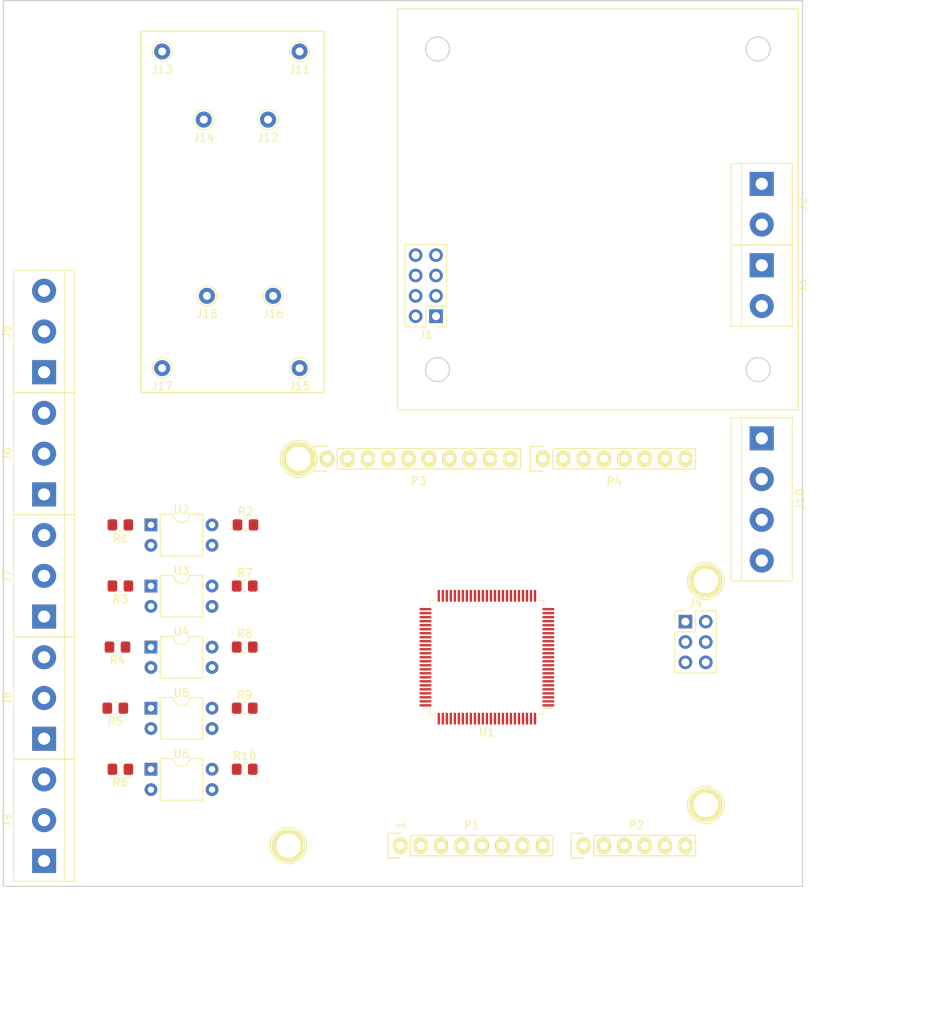
<source format=kicad_pcb>
(kicad_pcb (version 20171130) (host pcbnew "(5.1.12)-1")

  (general
    (thickness 1.6)
    (drawings 59)
    (tracks 0)
    (zones 0)
    (modules 42)
    (nets 158)
  )

  (page A4)
  (title_block
    (date "lun. 30 mars 2015")
  )

  (layers
    (0 F.Cu signal)
    (31 B.Cu signal)
    (32 B.Adhes user)
    (33 F.Adhes user)
    (34 B.Paste user)
    (35 F.Paste user)
    (36 B.SilkS user)
    (37 F.SilkS user)
    (38 B.Mask user)
    (39 F.Mask user)
    (40 Dwgs.User user)
    (41 Cmts.User user)
    (42 Eco1.User user)
    (43 Eco2.User user)
    (44 Edge.Cuts user)
    (45 Margin user)
    (46 B.CrtYd user)
    (47 F.CrtYd user)
    (48 B.Fab user)
    (49 F.Fab user)
  )

  (setup
    (last_trace_width 0.25)
    (trace_clearance 0.2)
    (zone_clearance 0.508)
    (zone_45_only no)
    (trace_min 0.2)
    (via_size 0.6)
    (via_drill 0.4)
    (via_min_size 0.4)
    (via_min_drill 0.3)
    (uvia_size 0.3)
    (uvia_drill 0.1)
    (uvias_allowed no)
    (uvia_min_size 0.2)
    (uvia_min_drill 0.1)
    (edge_width 0.15)
    (segment_width 0.15)
    (pcb_text_width 0.3)
    (pcb_text_size 1.5 1.5)
    (mod_edge_width 0.15)
    (mod_text_size 1 1)
    (mod_text_width 0.15)
    (pad_size 2 2)
    (pad_drill 1)
    (pad_to_mask_clearance 0)
    (aux_axis_origin 110.998 126.365)
    (grid_origin 110.998 126.365)
    (visible_elements 7FFFFFFF)
    (pcbplotparams
      (layerselection 0x00030_80000001)
      (usegerberextensions false)
      (usegerberattributes true)
      (usegerberadvancedattributes true)
      (creategerberjobfile true)
      (excludeedgelayer true)
      (linewidth 0.100000)
      (plotframeref false)
      (viasonmask false)
      (mode 1)
      (useauxorigin false)
      (hpglpennumber 1)
      (hpglpenspeed 20)
      (hpglpendiameter 15.000000)
      (psnegative false)
      (psa4output false)
      (plotreference true)
      (plotvalue true)
      (plotinvisibletext false)
      (padsonsilk false)
      (subtractmaskfromsilk false)
      (outputformat 1)
      (mirror false)
      (drillshape 1)
      (scaleselection 1)
      (outputdirectory ""))
  )

  (net 0 "")
  (net 1 /IOREF)
  (net 2 /Reset)
  (net 3 +5V)
  (net 4 GND)
  (net 5 /Vin)
  (net 6 /A0)
  (net 7 /A1)
  (net 8 /A2)
  (net 9 /A3)
  (net 10 /AREF)
  (net 11 "/A4(SDA)")
  (net 12 "/A5(SCL)")
  (net 13 "/9(**)")
  (net 14 /8)
  (net 15 /7)
  (net 16 "/6(**)")
  (net 17 "/5(**)")
  (net 18 /4)
  (net 19 "/3(**)")
  (net 20 /2)
  (net 21 "/1(Tx)")
  (net 22 "/0(Rx)")
  (net 23 "Net-(P5-Pad1)")
  (net 24 "Net-(P6-Pad1)")
  (net 25 "Net-(P7-Pad1)")
  (net 26 "Net-(P8-Pad1)")
  (net 27 "/13(SCK)")
  (net 28 "Net-(P1-Pad1)")
  (net 29 +3V3)
  (net 30 "/12(MISO)")
  (net 31 /LIS)
  (net 32 /RIS)
  (net 33 /LEN)
  (net 34 /REN)
  (net 35 /LPWM)
  (net 36 /RPWM)
  (net 37 "Net-(J2-Pad2)")
  (net 38 "Net-(J2-Pad1)")
  (net 39 "Net-(J3-Pad2)")
  (net 40 "Net-(J3-Pad1)")
  (net 41 /RST)
  (net 42 /MOSI)
  (net 43 /SCK)
  (net 44 /MISO)
  (net 45 Earth)
  (net 46 "Net-(J5-Pad2)")
  (net 47 +24V)
  (net 48 "Net-(J6-Pad2)")
  (net 49 "Net-(J7-Pad2)")
  (net 50 "Net-(J8-Pad2)")
  (net 51 "Net-(J9-Pad2)")
  (net 52 "Net-(J10-Pad4)")
  (net 53 "Net-(J10-Pad1)")
  (net 54 "Net-(J10-Pad3)")
  (net 55 "Net-(J10-Pad2)")
  (net 56 "/11(**MOSI)")
  (net 57 "/10(**SS)")
  (net 58 "Net-(R1-Pad1)")
  (net 59 "Net-(R2-Pad1)")
  (net 60 "Net-(R3-Pad1)")
  (net 61 "Net-(R4-Pad1)")
  (net 62 "Net-(R5-Pad1)")
  (net 63 "Net-(R6-Pad1)")
  (net 64 "Net-(R7-Pad1)")
  (net 65 "Net-(R8-Pad1)")
  (net 66 "Net-(R9-Pad1)")
  (net 67 "Net-(R10-Pad1)")
  (net 68 "Net-(U1-Pad100)")
  (net 69 "Net-(U1-Pad99)")
  (net 70 "Net-(U1-Pad98)")
  (net 71 "Net-(U1-Pad97)")
  (net 72 "Net-(U1-Pad96)")
  (net 73 "Net-(U1-Pad95)")
  (net 74 "Net-(U1-Pad94)")
  (net 75 "Net-(U1-Pad93)")
  (net 76 "Net-(U1-Pad92)")
  (net 77 "Net-(U1-Pad91)")
  (net 78 "Net-(U1-Pad90)")
  (net 79 "Net-(U1-Pad89)")
  (net 80 "Net-(U1-Pad88)")
  (net 81 "Net-(U1-Pad87)")
  (net 82 "Net-(U1-Pad86)")
  (net 83 "Net-(U1-Pad85)")
  (net 84 "Net-(U1-Pad84)")
  (net 85 "Net-(U1-Pad83)")
  (net 86 "Net-(U1-Pad82)")
  (net 87 "Net-(U1-Pad11)")
  (net 88 "Net-(U1-Pad10)")
  (net 89 "Net-(U1-Pad79)")
  (net 90 "Net-(U1-Pad78)")
  (net 91 "Net-(U1-Pad77)")
  (net 92 "Net-(U1-Pad76)")
  (net 93 "Net-(U1-Pad75)")
  (net 94 "Net-(U1-Pad74)")
  (net 95 "Net-(U1-Pad73)")
  (net 96 "Net-(U1-Pad72)")
  (net 97 "Net-(U1-Pad71)")
  (net 98 "Net-(U1-Pad70)")
  (net 99 "Net-(U1-Pad69)")
  (net 100 "Net-(U1-Pad68)")
  (net 101 "Net-(U1-Pad67)")
  (net 102 "Net-(U1-Pad66)")
  (net 103 "Net-(U1-Pad65)")
  (net 104 "Net-(U1-Pad64)")
  (net 105 "Net-(U1-Pad63)")
  (net 106 "Net-(U1-Pad62)")
  (net 107 "Net-(U1-Pad61)")
  (net 108 "Net-(U1-Pad60)")
  (net 109 "Net-(U1-Pad59)")
  (net 110 "Net-(U1-Pad58)")
  (net 111 "Net-(U1-Pad57)")
  (net 112 "Net-(U1-Pad56)")
  (net 113 "Net-(U1-Pad55)")
  (net 114 "Net-(U1-Pad54)")
  (net 115 "Net-(U1-Pad53)")
  (net 116 "Net-(U1-Pad52)")
  (net 117 "Net-(U1-Pad51)")
  (net 118 "Net-(U1-Pad50)")
  (net 119 "Net-(U1-Pad49)")
  (net 120 "Net-(U1-Pad48)")
  (net 121 "Net-(U1-Pad47)")
  (net 122 "Net-(U1-Pad46)")
  (net 123 "Net-(U1-Pad45)")
  (net 124 "Net-(U1-Pad44)")
  (net 125 "Net-(U1-Pad43)")
  (net 126 "Net-(U1-Pad42)")
  (net 127 "Net-(U1-Pad41)")
  (net 128 "Net-(U1-Pad40)")
  (net 129 "Net-(U1-Pad39)")
  (net 130 "Net-(U1-Pad38)")
  (net 131 "Net-(U1-Pad37)")
  (net 132 "Net-(U1-Pad36)")
  (net 133 "Net-(U1-Pad35)")
  (net 134 "Net-(U1-Pad34)")
  (net 135 "Net-(U1-Pad33)")
  (net 136 "Net-(U1-Pad30)")
  (net 137 "Net-(U1-Pad29)")
  (net 138 "Net-(U1-Pad28)")
  (net 139 "Net-(U1-Pad27)")
  (net 140 "Net-(U1-Pad26)")
  (net 141 "Net-(U1-Pad19)")
  (net 142 "Net-(U1-Pad18)")
  (net 143 "Net-(U1-Pad17)")
  (net 144 "Net-(U1-Pad16)")
  (net 145 "Net-(U1-Pad15)")
  (net 146 "Net-(U1-Pad14)")
  (net 147 "Net-(U1-Pad13)")
  (net 148 "Net-(U1-Pad12)")
  (net 149 "Net-(U1-Pad9)")
  (net 150 "Net-(U1-Pad8)")
  (net 151 "Net-(U1-Pad7)")
  (net 152 "Net-(U1-Pad6)")
  (net 153 "Net-(U1-Pad5)")
  (net 154 "Net-(U1-Pad4)")
  (net 155 "Net-(U1-Pad3)")
  (net 156 "Net-(U1-Pad2)")
  (net 157 "Net-(U1-Pad1)")

  (net_class Default "This is the default net class."
    (clearance 0.2)
    (trace_width 0.25)
    (via_dia 0.6)
    (via_drill 0.4)
    (uvia_dia 0.3)
    (uvia_drill 0.1)
    (add_net +24V)
    (add_net +3V3)
    (add_net +5V)
    (add_net "/0(Rx)")
    (add_net "/1(Tx)")
    (add_net "/10(**SS)")
    (add_net "/11(**MOSI)")
    (add_net "/12(MISO)")
    (add_net "/13(SCK)")
    (add_net /2)
    (add_net "/3(**)")
    (add_net /4)
    (add_net "/5(**)")
    (add_net "/6(**)")
    (add_net /7)
    (add_net /8)
    (add_net "/9(**)")
    (add_net /A0)
    (add_net /A1)
    (add_net /A2)
    (add_net /A3)
    (add_net "/A4(SDA)")
    (add_net "/A5(SCL)")
    (add_net /AREF)
    (add_net /IOREF)
    (add_net /LEN)
    (add_net /LIS)
    (add_net /LPWM)
    (add_net /MISO)
    (add_net /MOSI)
    (add_net /REN)
    (add_net /RIS)
    (add_net /RPWM)
    (add_net /RST)
    (add_net /Reset)
    (add_net /SCK)
    (add_net /Vin)
    (add_net Earth)
    (add_net GND)
    (add_net "Net-(J10-Pad1)")
    (add_net "Net-(J10-Pad2)")
    (add_net "Net-(J10-Pad3)")
    (add_net "Net-(J10-Pad4)")
    (add_net "Net-(J2-Pad1)")
    (add_net "Net-(J2-Pad2)")
    (add_net "Net-(J3-Pad1)")
    (add_net "Net-(J3-Pad2)")
    (add_net "Net-(J5-Pad2)")
    (add_net "Net-(J6-Pad2)")
    (add_net "Net-(J7-Pad2)")
    (add_net "Net-(J8-Pad2)")
    (add_net "Net-(J9-Pad2)")
    (add_net "Net-(P1-Pad1)")
    (add_net "Net-(P5-Pad1)")
    (add_net "Net-(P6-Pad1)")
    (add_net "Net-(P7-Pad1)")
    (add_net "Net-(P8-Pad1)")
    (add_net "Net-(R1-Pad1)")
    (add_net "Net-(R10-Pad1)")
    (add_net "Net-(R2-Pad1)")
    (add_net "Net-(R3-Pad1)")
    (add_net "Net-(R4-Pad1)")
    (add_net "Net-(R5-Pad1)")
    (add_net "Net-(R6-Pad1)")
    (add_net "Net-(R7-Pad1)")
    (add_net "Net-(R8-Pad1)")
    (add_net "Net-(R9-Pad1)")
    (add_net "Net-(U1-Pad1)")
    (add_net "Net-(U1-Pad10)")
    (add_net "Net-(U1-Pad100)")
    (add_net "Net-(U1-Pad11)")
    (add_net "Net-(U1-Pad12)")
    (add_net "Net-(U1-Pad13)")
    (add_net "Net-(U1-Pad14)")
    (add_net "Net-(U1-Pad15)")
    (add_net "Net-(U1-Pad16)")
    (add_net "Net-(U1-Pad17)")
    (add_net "Net-(U1-Pad18)")
    (add_net "Net-(U1-Pad19)")
    (add_net "Net-(U1-Pad2)")
    (add_net "Net-(U1-Pad26)")
    (add_net "Net-(U1-Pad27)")
    (add_net "Net-(U1-Pad28)")
    (add_net "Net-(U1-Pad29)")
    (add_net "Net-(U1-Pad3)")
    (add_net "Net-(U1-Pad30)")
    (add_net "Net-(U1-Pad33)")
    (add_net "Net-(U1-Pad34)")
    (add_net "Net-(U1-Pad35)")
    (add_net "Net-(U1-Pad36)")
    (add_net "Net-(U1-Pad37)")
    (add_net "Net-(U1-Pad38)")
    (add_net "Net-(U1-Pad39)")
    (add_net "Net-(U1-Pad4)")
    (add_net "Net-(U1-Pad40)")
    (add_net "Net-(U1-Pad41)")
    (add_net "Net-(U1-Pad42)")
    (add_net "Net-(U1-Pad43)")
    (add_net "Net-(U1-Pad44)")
    (add_net "Net-(U1-Pad45)")
    (add_net "Net-(U1-Pad46)")
    (add_net "Net-(U1-Pad47)")
    (add_net "Net-(U1-Pad48)")
    (add_net "Net-(U1-Pad49)")
    (add_net "Net-(U1-Pad5)")
    (add_net "Net-(U1-Pad50)")
    (add_net "Net-(U1-Pad51)")
    (add_net "Net-(U1-Pad52)")
    (add_net "Net-(U1-Pad53)")
    (add_net "Net-(U1-Pad54)")
    (add_net "Net-(U1-Pad55)")
    (add_net "Net-(U1-Pad56)")
    (add_net "Net-(U1-Pad57)")
    (add_net "Net-(U1-Pad58)")
    (add_net "Net-(U1-Pad59)")
    (add_net "Net-(U1-Pad6)")
    (add_net "Net-(U1-Pad60)")
    (add_net "Net-(U1-Pad61)")
    (add_net "Net-(U1-Pad62)")
    (add_net "Net-(U1-Pad63)")
    (add_net "Net-(U1-Pad64)")
    (add_net "Net-(U1-Pad65)")
    (add_net "Net-(U1-Pad66)")
    (add_net "Net-(U1-Pad67)")
    (add_net "Net-(U1-Pad68)")
    (add_net "Net-(U1-Pad69)")
    (add_net "Net-(U1-Pad7)")
    (add_net "Net-(U1-Pad70)")
    (add_net "Net-(U1-Pad71)")
    (add_net "Net-(U1-Pad72)")
    (add_net "Net-(U1-Pad73)")
    (add_net "Net-(U1-Pad74)")
    (add_net "Net-(U1-Pad75)")
    (add_net "Net-(U1-Pad76)")
    (add_net "Net-(U1-Pad77)")
    (add_net "Net-(U1-Pad78)")
    (add_net "Net-(U1-Pad79)")
    (add_net "Net-(U1-Pad8)")
    (add_net "Net-(U1-Pad82)")
    (add_net "Net-(U1-Pad83)")
    (add_net "Net-(U1-Pad84)")
    (add_net "Net-(U1-Pad85)")
    (add_net "Net-(U1-Pad86)")
    (add_net "Net-(U1-Pad87)")
    (add_net "Net-(U1-Pad88)")
    (add_net "Net-(U1-Pad89)")
    (add_net "Net-(U1-Pad9)")
    (add_net "Net-(U1-Pad90)")
    (add_net "Net-(U1-Pad91)")
    (add_net "Net-(U1-Pad92)")
    (add_net "Net-(U1-Pad93)")
    (add_net "Net-(U1-Pad94)")
    (add_net "Net-(U1-Pad95)")
    (add_net "Net-(U1-Pad96)")
    (add_net "Net-(U1-Pad97)")
    (add_net "Net-(U1-Pad98)")
    (add_net "Net-(U1-Pad99)")
  )

  (module Connector_Pin:Pin_D1.0mm_L10.0mm (layer F.Cu) (tedit 5A1DC084) (tstamp 62C9165A)
    (at 114.808 55.245)
    (descr "solder Pin_ diameter 1.0mm, hole diameter 1.0mm (press fit), length 10.0mm")
    (tags "solder Pin_ press fit")
    (path /62CA2B2F)
    (fp_text reference J18 (at 0 2.25) (layer F.SilkS)
      (effects (font (size 1 1) (thickness 0.15)))
    )
    (fp_text value OUT- (at 0 -2.05) (layer F.Fab)
      (effects (font (size 1 1) (thickness 0.15)))
    )
    (fp_text user %R (at 0 2.25) (layer F.Fab)
      (effects (font (size 1 1) (thickness 0.15)))
    )
    (fp_circle (center 0 0) (end 1.5 0) (layer F.CrtYd) (width 0.05))
    (fp_circle (center 0 0) (end 0.5 0) (layer F.Fab) (width 0.12))
    (fp_circle (center 0 0) (end 1 0) (layer F.Fab) (width 0.12))
    (fp_circle (center 0 0) (end 1.25 0.05) (layer F.SilkS) (width 0.12))
    (pad 1 thru_hole circle (at 0 0) (size 2 2) (drill 1) (layers *.Cu *.Mask)
      (net 4 GND))
    (model ${KISYS3DMOD}/Connector_Pin.3dshapes/Pin_D1.0mm_L10.0mm.wrl
      (at (xyz 0 0 0))
      (scale (xyz 1 1 1))
      (rotate (xyz 0 0 0))
    )
  )

  (module Connector_Pin:Pin_D1.0mm_L10.0mm (layer F.Cu) (tedit 5A1DC084) (tstamp 62C91650)
    (at 109.22 64.262)
    (descr "solder Pin_ diameter 1.0mm, hole diameter 1.0mm (press fit), length 10.0mm")
    (tags "solder Pin_ press fit")
    (path /62D40146)
    (fp_text reference J17 (at 0 2.25) (layer F.SilkS)
      (effects (font (size 1 1) (thickness 0.15)))
    )
    (fp_text value OUT- (at 0 -2.05) (layer F.Fab)
      (effects (font (size 1 1) (thickness 0.15)))
    )
    (fp_text user %R (at 0 2.25) (layer F.Fab)
      (effects (font (size 1 1) (thickness 0.15)))
    )
    (fp_circle (center 0 0) (end 1.5 0) (layer F.CrtYd) (width 0.05))
    (fp_circle (center 0 0) (end 0.5 0) (layer F.Fab) (width 0.12))
    (fp_circle (center 0 0) (end 1 0) (layer F.Fab) (width 0.12))
    (fp_circle (center 0 0) (end 1.25 0.05) (layer F.SilkS) (width 0.12))
    (pad 1 thru_hole circle (at 0 0) (size 2 2) (drill 1) (layers *.Cu *.Mask)
      (net 4 GND))
    (model ${KISYS3DMOD}/Connector_Pin.3dshapes/Pin_D1.0mm_L10.0mm.wrl
      (at (xyz 0 0 0))
      (scale (xyz 1 1 1))
      (rotate (xyz 0 0 0))
    )
  )

  (module Connector_Pin:Pin_D1.0mm_L10.0mm (layer F.Cu) (tedit 5A1DC084) (tstamp 62C91646)
    (at 123.063 55.245)
    (descr "solder Pin_ diameter 1.0mm, hole diameter 1.0mm (press fit), length 10.0mm")
    (tags "solder Pin_ press fit")
    (path /62D3FE52)
    (fp_text reference J16 (at 0 2.25) (layer F.SilkS)
      (effects (font (size 1 1) (thickness 0.15)))
    )
    (fp_text value OUT+ (at 0 -2.05) (layer F.Fab)
      (effects (font (size 1 1) (thickness 0.15)))
    )
    (fp_text user %R (at 0 2.25) (layer F.Fab)
      (effects (font (size 1 1) (thickness 0.15)))
    )
    (fp_circle (center 0 0) (end 1.5 0) (layer F.CrtYd) (width 0.05))
    (fp_circle (center 0 0) (end 0.5 0) (layer F.Fab) (width 0.12))
    (fp_circle (center 0 0) (end 1 0) (layer F.Fab) (width 0.12))
    (fp_circle (center 0 0) (end 1.25 0.05) (layer F.SilkS) (width 0.12))
    (pad 1 thru_hole circle (at 0 0) (size 2 2) (drill 1) (layers *.Cu *.Mask)
      (net 3 +5V))
    (model ${KISYS3DMOD}/Connector_Pin.3dshapes/Pin_D1.0mm_L10.0mm.wrl
      (at (xyz 0 0 0))
      (scale (xyz 1 1 1))
      (rotate (xyz 0 0 0))
    )
  )

  (module Connector_Pin:Pin_D1.0mm_L10.0mm (layer F.Cu) (tedit 5A1DC084) (tstamp 62C9163C)
    (at 126.365 64.262)
    (descr "solder Pin_ diameter 1.0mm, hole diameter 1.0mm (press fit), length 10.0mm")
    (tags "solder Pin_ press fit")
    (path /62CA27F3)
    (fp_text reference J15 (at 0 2.25) (layer F.SilkS)
      (effects (font (size 1 1) (thickness 0.15)))
    )
    (fp_text value OUT+ (at 0 -2.05) (layer F.Fab)
      (effects (font (size 1 1) (thickness 0.15)))
    )
    (fp_text user %R (at 0 2.25) (layer F.Fab)
      (effects (font (size 1 1) (thickness 0.15)))
    )
    (fp_circle (center 0 0) (end 1.5 0) (layer F.CrtYd) (width 0.05))
    (fp_circle (center 0 0) (end 0.5 0) (layer F.Fab) (width 0.12))
    (fp_circle (center 0 0) (end 1 0) (layer F.Fab) (width 0.12))
    (fp_circle (center 0 0) (end 1.25 0.05) (layer F.SilkS) (width 0.12))
    (pad 1 thru_hole circle (at 0 0) (size 2 2) (drill 1) (layers *.Cu *.Mask)
      (net 3 +5V))
    (model ${KISYS3DMOD}/Connector_Pin.3dshapes/Pin_D1.0mm_L10.0mm.wrl
      (at (xyz 0 0 0))
      (scale (xyz 1 1 1))
      (rotate (xyz 0 0 0))
    )
  )

  (module Connector_Pin:Pin_D1.0mm_L10.0mm (layer F.Cu) (tedit 5A1DC084) (tstamp 62C91632)
    (at 114.413 33.26)
    (descr "solder Pin_ diameter 1.0mm, hole diameter 1.0mm (press fit), length 10.0mm")
    (tags "solder Pin_ press fit")
    (path /62CA2506)
    (fp_text reference J14 (at 0 2.25) (layer F.SilkS)
      (effects (font (size 1 1) (thickness 0.15)))
    )
    (fp_text value IN- (at 0 -2.05) (layer F.Fab)
      (effects (font (size 1 1) (thickness 0.15)))
    )
    (fp_text user %R (at 0 2.25) (layer F.Fab)
      (effects (font (size 1 1) (thickness 0.15)))
    )
    (fp_circle (center 0 0) (end 1.5 0) (layer F.CrtYd) (width 0.05))
    (fp_circle (center 0 0) (end 0.5 0) (layer F.Fab) (width 0.12))
    (fp_circle (center 0 0) (end 1 0) (layer F.Fab) (width 0.12))
    (fp_circle (center 0 0) (end 1.25 0.05) (layer F.SilkS) (width 0.12))
    (pad 1 thru_hole circle (at 0 0) (size 2 2) (drill 1) (layers *.Cu *.Mask)
      (net 45 Earth))
    (model ${KISYS3DMOD}/Connector_Pin.3dshapes/Pin_D1.0mm_L10.0mm.wrl
      (at (xyz 0 0 0))
      (scale (xyz 1 1 1))
      (rotate (xyz 0 0 0))
    )
  )

  (module Connector_Pin:Pin_D1.0mm_L10.0mm (layer F.Cu) (tedit 5A1DC084) (tstamp 62C91628)
    (at 109.22 24.765)
    (descr "solder Pin_ diameter 1.0mm, hole diameter 1.0mm (press fit), length 10.0mm")
    (tags "solder Pin_ press fit")
    (path /62D18E9D)
    (fp_text reference J13 (at 0 2.25) (layer F.SilkS)
      (effects (font (size 1 1) (thickness 0.15)))
    )
    (fp_text value IN- (at 0 -2.05) (layer F.Fab)
      (effects (font (size 1 1) (thickness 0.15)))
    )
    (fp_text user %R (at 0 2.25) (layer F.Fab)
      (effects (font (size 1 1) (thickness 0.15)))
    )
    (fp_circle (center 0 0) (end 1.5 0) (layer F.CrtYd) (width 0.05))
    (fp_circle (center 0 0) (end 0.5 0) (layer F.Fab) (width 0.12))
    (fp_circle (center 0 0) (end 1 0) (layer F.Fab) (width 0.12))
    (fp_circle (center 0 0) (end 1.25 0.05) (layer F.SilkS) (width 0.12))
    (pad 1 thru_hole circle (at 0 0) (size 2 2) (drill 1) (layers *.Cu *.Mask)
      (net 45 Earth))
    (model ${KISYS3DMOD}/Connector_Pin.3dshapes/Pin_D1.0mm_L10.0mm.wrl
      (at (xyz 0 0 0))
      (scale (xyz 1 1 1))
      (rotate (xyz 0 0 0))
    )
  )

  (module Connector_Pin:Pin_D1.0mm_L10.0mm (layer F.Cu) (tedit 5A1DC084) (tstamp 62C9161E)
    (at 122.428 33.26)
    (descr "solder Pin_ diameter 1.0mm, hole diameter 1.0mm (press fit), length 10.0mm")
    (tags "solder Pin_ press fit")
    (path /62D0AAC3)
    (fp_text reference J12 (at 0 2.25) (layer F.SilkS)
      (effects (font (size 1 1) (thickness 0.15)))
    )
    (fp_text value IN+ (at 0 -2.05) (layer F.Fab)
      (effects (font (size 1 1) (thickness 0.15)))
    )
    (fp_text user %R (at 0 2.25) (layer F.Fab)
      (effects (font (size 1 1) (thickness 0.15)))
    )
    (fp_circle (center 0 0) (end 1.5 0) (layer F.CrtYd) (width 0.05))
    (fp_circle (center 0 0) (end 0.5 0) (layer F.Fab) (width 0.12))
    (fp_circle (center 0 0) (end 1 0) (layer F.Fab) (width 0.12))
    (fp_circle (center 0 0) (end 1.25 0.05) (layer F.SilkS) (width 0.12))
    (pad 1 thru_hole circle (at 0 0) (size 2 2) (drill 1) (layers *.Cu *.Mask)
      (net 47 +24V))
    (model ${KISYS3DMOD}/Connector_Pin.3dshapes/Pin_D1.0mm_L10.0mm.wrl
      (at (xyz 0 0 0))
      (scale (xyz 1 1 1))
      (rotate (xyz 0 0 0))
    )
  )

  (module Connector_Pin:Pin_D1.0mm_L10.0mm (layer F.Cu) (tedit 5A1DC084) (tstamp 62C91614)
    (at 126.365 24.765)
    (descr "solder Pin_ diameter 1.0mm, hole diameter 1.0mm (press fit), length 10.0mm")
    (tags "solder Pin_ press fit")
    (path /62CA1F80)
    (fp_text reference J11 (at 0 2.25) (layer F.SilkS)
      (effects (font (size 1 1) (thickness 0.15)))
    )
    (fp_text value IN+ (at 0 -2.05) (layer F.Fab)
      (effects (font (size 1 1) (thickness 0.15)))
    )
    (fp_text user %R (at 0 2.25) (layer F.Fab)
      (effects (font (size 1 1) (thickness 0.15)))
    )
    (fp_circle (center 0 0) (end 1.5 0) (layer F.CrtYd) (width 0.05))
    (fp_circle (center 0 0) (end 0.5 0) (layer F.Fab) (width 0.12))
    (fp_circle (center 0 0) (end 1 0) (layer F.Fab) (width 0.12))
    (fp_circle (center 0 0) (end 1.25 0.05) (layer F.SilkS) (width 0.12))
    (pad 1 thru_hole circle (at 0 0) (size 2 2) (drill 1) (layers *.Cu *.Mask)
      (net 47 +24V))
    (model ${KISYS3DMOD}/Connector_Pin.3dshapes/Pin_D1.0mm_L10.0mm.wrl
      (at (xyz 0 0 0))
      (scale (xyz 1 1 1))
      (rotate (xyz 0 0 0))
    )
  )

  (module Package_DIP:DIP-4_W7.62mm (layer F.Cu) (tedit 5A02E8C5) (tstamp 62C89A74)
    (at 107.823 114.3)
    (descr "4-lead though-hole mounted DIP package, row spacing 7.62 mm (300 mils)")
    (tags "THT DIP DIL PDIP 2.54mm 7.62mm 300mil")
    (path /62CA8113)
    (fp_text reference U6 (at 3.81 -1.905) (layer F.SilkS)
      (effects (font (size 1 1) (thickness 0.15)))
    )
    (fp_text value PC817 (at 3.81 2.54) (layer F.Fab)
      (effects (font (size 1 1) (thickness 0.15)))
    )
    (fp_line (start 1.635 -1.27) (end 6.985 -1.27) (layer F.Fab) (width 0.1))
    (fp_line (start 6.985 -1.27) (end 6.985 3.81) (layer F.Fab) (width 0.1))
    (fp_line (start 6.985 3.81) (end 0.635 3.81) (layer F.Fab) (width 0.1))
    (fp_line (start 0.635 3.81) (end 0.635 -0.27) (layer F.Fab) (width 0.1))
    (fp_line (start 0.635 -0.27) (end 1.635 -1.27) (layer F.Fab) (width 0.1))
    (fp_line (start 2.81 -1.33) (end 1.16 -1.33) (layer F.SilkS) (width 0.12))
    (fp_line (start 1.16 -1.33) (end 1.16 3.87) (layer F.SilkS) (width 0.12))
    (fp_line (start 1.16 3.87) (end 6.46 3.87) (layer F.SilkS) (width 0.12))
    (fp_line (start 6.46 3.87) (end 6.46 -1.33) (layer F.SilkS) (width 0.12))
    (fp_line (start 6.46 -1.33) (end 4.81 -1.33) (layer F.SilkS) (width 0.12))
    (fp_line (start -1.1 -1.55) (end -1.1 4.1) (layer F.CrtYd) (width 0.05))
    (fp_line (start -1.1 4.1) (end 8.7 4.1) (layer F.CrtYd) (width 0.05))
    (fp_line (start 8.7 4.1) (end 8.7 -1.55) (layer F.CrtYd) (width 0.05))
    (fp_line (start 8.7 -1.55) (end -1.1 -1.55) (layer F.CrtYd) (width 0.05))
    (fp_text user %R (at 3.81 1.27) (layer F.Fab)
      (effects (font (size 1 1) (thickness 0.15)))
    )
    (fp_arc (start 3.81 -1.33) (end 2.81 -1.33) (angle -180) (layer F.SilkS) (width 0.12))
    (pad 4 thru_hole oval (at 7.62 0) (size 1.6 1.6) (drill 0.8) (layers *.Cu *.Mask)
      (net 67 "Net-(R10-Pad1)"))
    (pad 2 thru_hole oval (at 0 2.54) (size 1.6 1.6) (drill 0.8) (layers *.Cu *.Mask)
      (net 45 Earth))
    (pad 3 thru_hole oval (at 7.62 2.54) (size 1.6 1.6) (drill 0.8) (layers *.Cu *.Mask)
      (net 4 GND))
    (pad 1 thru_hole rect (at 0 0) (size 1.6 1.6) (drill 0.8) (layers *.Cu *.Mask)
      (net 63 "Net-(R6-Pad1)"))
    (model ${KISYS3DMOD}/Package_DIP.3dshapes/DIP-4_W7.62mm.wrl
      (at (xyz 0 0 0))
      (scale (xyz 1 1 1))
      (rotate (xyz 0 0 0))
    )
  )

  (module Package_DIP:DIP-4_W7.62mm (layer F.Cu) (tedit 5A02E8C5) (tstamp 62C8AD9B)
    (at 107.823 106.68)
    (descr "4-lead though-hole mounted DIP package, row spacing 7.62 mm (300 mils)")
    (tags "THT DIP DIL PDIP 2.54mm 7.62mm 300mil")
    (path /62CA7B0D)
    (fp_text reference U5 (at 3.81 -1.905) (layer F.SilkS)
      (effects (font (size 1 1) (thickness 0.15)))
    )
    (fp_text value PC817 (at 3.81 2.54) (layer F.Fab)
      (effects (font (size 1 1) (thickness 0.15)))
    )
    (fp_line (start 1.635 -1.27) (end 6.985 -1.27) (layer F.Fab) (width 0.1))
    (fp_line (start 6.985 -1.27) (end 6.985 3.81) (layer F.Fab) (width 0.1))
    (fp_line (start 6.985 3.81) (end 0.635 3.81) (layer F.Fab) (width 0.1))
    (fp_line (start 0.635 3.81) (end 0.635 -0.27) (layer F.Fab) (width 0.1))
    (fp_line (start 0.635 -0.27) (end 1.635 -1.27) (layer F.Fab) (width 0.1))
    (fp_line (start 2.81 -1.33) (end 1.16 -1.33) (layer F.SilkS) (width 0.12))
    (fp_line (start 1.16 -1.33) (end 1.16 3.87) (layer F.SilkS) (width 0.12))
    (fp_line (start 1.16 3.87) (end 6.46 3.87) (layer F.SilkS) (width 0.12))
    (fp_line (start 6.46 3.87) (end 6.46 -1.33) (layer F.SilkS) (width 0.12))
    (fp_line (start 6.46 -1.33) (end 4.81 -1.33) (layer F.SilkS) (width 0.12))
    (fp_line (start -1.1 -1.55) (end -1.1 4.1) (layer F.CrtYd) (width 0.05))
    (fp_line (start -1.1 4.1) (end 8.7 4.1) (layer F.CrtYd) (width 0.05))
    (fp_line (start 8.7 4.1) (end 8.7 -1.55) (layer F.CrtYd) (width 0.05))
    (fp_line (start 8.7 -1.55) (end -1.1 -1.55) (layer F.CrtYd) (width 0.05))
    (fp_text user %R (at 3.81 1.27) (layer F.Fab)
      (effects (font (size 1 1) (thickness 0.15)))
    )
    (fp_arc (start 3.81 -1.33) (end 2.81 -1.33) (angle -180) (layer F.SilkS) (width 0.12))
    (pad 4 thru_hole oval (at 7.62 0) (size 1.6 1.6) (drill 0.8) (layers *.Cu *.Mask)
      (net 66 "Net-(R9-Pad1)"))
    (pad 2 thru_hole oval (at 0 2.54) (size 1.6 1.6) (drill 0.8) (layers *.Cu *.Mask)
      (net 45 Earth))
    (pad 3 thru_hole oval (at 7.62 2.54) (size 1.6 1.6) (drill 0.8) (layers *.Cu *.Mask)
      (net 4 GND))
    (pad 1 thru_hole rect (at 0 0) (size 1.6 1.6) (drill 0.8) (layers *.Cu *.Mask)
      (net 62 "Net-(R5-Pad1)"))
    (model ${KISYS3DMOD}/Package_DIP.3dshapes/DIP-4_W7.62mm.wrl
      (at (xyz 0 0 0))
      (scale (xyz 1 1 1))
      (rotate (xyz 0 0 0))
    )
  )

  (module Package_DIP:DIP-4_W7.62mm (layer F.Cu) (tedit 5A02E8C5) (tstamp 62C89A44)
    (at 107.823 99.06)
    (descr "4-lead though-hole mounted DIP package, row spacing 7.62 mm (300 mils)")
    (tags "THT DIP DIL PDIP 2.54mm 7.62mm 300mil")
    (path /62CA7691)
    (fp_text reference U4 (at 3.81 -1.905) (layer F.SilkS)
      (effects (font (size 1 1) (thickness 0.15)))
    )
    (fp_text value PC817 (at 3.81 2.54) (layer F.Fab)
      (effects (font (size 1 1) (thickness 0.15)))
    )
    (fp_line (start 1.635 -1.27) (end 6.985 -1.27) (layer F.Fab) (width 0.1))
    (fp_line (start 6.985 -1.27) (end 6.985 3.81) (layer F.Fab) (width 0.1))
    (fp_line (start 6.985 3.81) (end 0.635 3.81) (layer F.Fab) (width 0.1))
    (fp_line (start 0.635 3.81) (end 0.635 -0.27) (layer F.Fab) (width 0.1))
    (fp_line (start 0.635 -0.27) (end 1.635 -1.27) (layer F.Fab) (width 0.1))
    (fp_line (start 2.81 -1.33) (end 1.16 -1.33) (layer F.SilkS) (width 0.12))
    (fp_line (start 1.16 -1.33) (end 1.16 3.87) (layer F.SilkS) (width 0.12))
    (fp_line (start 1.16 3.87) (end 6.46 3.87) (layer F.SilkS) (width 0.12))
    (fp_line (start 6.46 3.87) (end 6.46 -1.33) (layer F.SilkS) (width 0.12))
    (fp_line (start 6.46 -1.33) (end 4.81 -1.33) (layer F.SilkS) (width 0.12))
    (fp_line (start -1.1 -1.55) (end -1.1 4.1) (layer F.CrtYd) (width 0.05))
    (fp_line (start -1.1 4.1) (end 8.7 4.1) (layer F.CrtYd) (width 0.05))
    (fp_line (start 8.7 4.1) (end 8.7 -1.55) (layer F.CrtYd) (width 0.05))
    (fp_line (start 8.7 -1.55) (end -1.1 -1.55) (layer F.CrtYd) (width 0.05))
    (fp_text user %R (at 3.81 1.27) (layer F.Fab)
      (effects (font (size 1 1) (thickness 0.15)))
    )
    (fp_arc (start 3.81 -1.33) (end 2.81 -1.33) (angle -180) (layer F.SilkS) (width 0.12))
    (pad 4 thru_hole oval (at 7.62 0) (size 1.6 1.6) (drill 0.8) (layers *.Cu *.Mask)
      (net 65 "Net-(R8-Pad1)"))
    (pad 2 thru_hole oval (at 0 2.54) (size 1.6 1.6) (drill 0.8) (layers *.Cu *.Mask)
      (net 45 Earth))
    (pad 3 thru_hole oval (at 7.62 2.54) (size 1.6 1.6) (drill 0.8) (layers *.Cu *.Mask)
      (net 4 GND))
    (pad 1 thru_hole rect (at 0 0) (size 1.6 1.6) (drill 0.8) (layers *.Cu *.Mask)
      (net 61 "Net-(R4-Pad1)"))
    (model ${KISYS3DMOD}/Package_DIP.3dshapes/DIP-4_W7.62mm.wrl
      (at (xyz 0 0 0))
      (scale (xyz 1 1 1))
      (rotate (xyz 0 0 0))
    )
  )

  (module Package_DIP:DIP-4_W7.62mm (layer F.Cu) (tedit 5A02E8C5) (tstamp 62C8ABC4)
    (at 107.823 91.44)
    (descr "4-lead though-hole mounted DIP package, row spacing 7.62 mm (300 mils)")
    (tags "THT DIP DIL PDIP 2.54mm 7.62mm 300mil")
    (path /62CA71DE)
    (fp_text reference U3 (at 3.81 -1.905) (layer F.SilkS)
      (effects (font (size 1 1) (thickness 0.15)))
    )
    (fp_text value PC817 (at 3.81 2.54) (layer F.Fab)
      (effects (font (size 1 1) (thickness 0.15)))
    )
    (fp_line (start 1.635 -1.27) (end 6.985 -1.27) (layer F.Fab) (width 0.1))
    (fp_line (start 6.985 -1.27) (end 6.985 3.81) (layer F.Fab) (width 0.1))
    (fp_line (start 6.985 3.81) (end 0.635 3.81) (layer F.Fab) (width 0.1))
    (fp_line (start 0.635 3.81) (end 0.635 -0.27) (layer F.Fab) (width 0.1))
    (fp_line (start 0.635 -0.27) (end 1.635 -1.27) (layer F.Fab) (width 0.1))
    (fp_line (start 2.81 -1.33) (end 1.16 -1.33) (layer F.SilkS) (width 0.12))
    (fp_line (start 1.16 -1.33) (end 1.16 3.87) (layer F.SilkS) (width 0.12))
    (fp_line (start 1.16 3.87) (end 6.46 3.87) (layer F.SilkS) (width 0.12))
    (fp_line (start 6.46 3.87) (end 6.46 -1.33) (layer F.SilkS) (width 0.12))
    (fp_line (start 6.46 -1.33) (end 4.81 -1.33) (layer F.SilkS) (width 0.12))
    (fp_line (start -1.1 -1.55) (end -1.1 4.1) (layer F.CrtYd) (width 0.05))
    (fp_line (start -1.1 4.1) (end 8.7 4.1) (layer F.CrtYd) (width 0.05))
    (fp_line (start 8.7 4.1) (end 8.7 -1.55) (layer F.CrtYd) (width 0.05))
    (fp_line (start 8.7 -1.55) (end -1.1 -1.55) (layer F.CrtYd) (width 0.05))
    (fp_text user %R (at 3.81 1.27) (layer F.Fab)
      (effects (font (size 1 1) (thickness 0.15)))
    )
    (fp_arc (start 3.81 -1.33) (end 2.81 -1.33) (angle -180) (layer F.SilkS) (width 0.12))
    (pad 4 thru_hole oval (at 7.62 0) (size 1.6 1.6) (drill 0.8) (layers *.Cu *.Mask)
      (net 64 "Net-(R7-Pad1)"))
    (pad 2 thru_hole oval (at 0 2.54) (size 1.6 1.6) (drill 0.8) (layers *.Cu *.Mask)
      (net 45 Earth))
    (pad 3 thru_hole oval (at 7.62 2.54) (size 1.6 1.6) (drill 0.8) (layers *.Cu *.Mask)
      (net 4 GND))
    (pad 1 thru_hole rect (at 0 0) (size 1.6 1.6) (drill 0.8) (layers *.Cu *.Mask)
      (net 60 "Net-(R3-Pad1)"))
    (model ${KISYS3DMOD}/Package_DIP.3dshapes/DIP-4_W7.62mm.wrl
      (at (xyz 0 0 0))
      (scale (xyz 1 1 1))
      (rotate (xyz 0 0 0))
    )
  )

  (module Package_DIP:DIP-4_W7.62mm (layer F.Cu) (tedit 5A02E8C5) (tstamp 62C8AEA0)
    (at 107.823 83.82)
    (descr "4-lead though-hole mounted DIP package, row spacing 7.62 mm (300 mils)")
    (tags "THT DIP DIL PDIP 2.54mm 7.62mm 300mil")
    (path /62CA6642)
    (fp_text reference U2 (at 3.81 -1.905) (layer F.SilkS)
      (effects (font (size 1 1) (thickness 0.15)))
    )
    (fp_text value PC817 (at 3.81 2.54) (layer F.Fab)
      (effects (font (size 1 1) (thickness 0.15)))
    )
    (fp_line (start 1.635 -1.27) (end 6.985 -1.27) (layer F.Fab) (width 0.1))
    (fp_line (start 6.985 -1.27) (end 6.985 3.81) (layer F.Fab) (width 0.1))
    (fp_line (start 6.985 3.81) (end 0.635 3.81) (layer F.Fab) (width 0.1))
    (fp_line (start 0.635 3.81) (end 0.635 -0.27) (layer F.Fab) (width 0.1))
    (fp_line (start 0.635 -0.27) (end 1.635 -1.27) (layer F.Fab) (width 0.1))
    (fp_line (start 2.81 -1.33) (end 1.16 -1.33) (layer F.SilkS) (width 0.12))
    (fp_line (start 1.16 -1.33) (end 1.16 3.87) (layer F.SilkS) (width 0.12))
    (fp_line (start 1.16 3.87) (end 6.46 3.87) (layer F.SilkS) (width 0.12))
    (fp_line (start 6.46 3.87) (end 6.46 -1.33) (layer F.SilkS) (width 0.12))
    (fp_line (start 6.46 -1.33) (end 4.81 -1.33) (layer F.SilkS) (width 0.12))
    (fp_line (start -1.1 -1.55) (end -1.1 4.1) (layer F.CrtYd) (width 0.05))
    (fp_line (start -1.1 4.1) (end 8.7 4.1) (layer F.CrtYd) (width 0.05))
    (fp_line (start 8.7 4.1) (end 8.7 -1.55) (layer F.CrtYd) (width 0.05))
    (fp_line (start 8.7 -1.55) (end -1.1 -1.55) (layer F.CrtYd) (width 0.05))
    (fp_text user %R (at 3.81 1.27) (layer F.Fab)
      (effects (font (size 1 1) (thickness 0.15)))
    )
    (fp_arc (start 3.81 -1.33) (end 2.81 -1.33) (angle -180) (layer F.SilkS) (width 0.12))
    (pad 4 thru_hole oval (at 7.62 0) (size 1.6 1.6) (drill 0.8) (layers *.Cu *.Mask)
      (net 59 "Net-(R2-Pad1)"))
    (pad 2 thru_hole oval (at 0 2.54) (size 1.6 1.6) (drill 0.8) (layers *.Cu *.Mask)
      (net 45 Earth))
    (pad 3 thru_hole oval (at 7.62 2.54) (size 1.6 1.6) (drill 0.8) (layers *.Cu *.Mask)
      (net 4 GND))
    (pad 1 thru_hole rect (at 0 0) (size 1.6 1.6) (drill 0.8) (layers *.Cu *.Mask)
      (net 58 "Net-(R1-Pad1)"))
    (model ${KISYS3DMOD}/Package_DIP.3dshapes/DIP-4_W7.62mm.wrl
      (at (xyz 0 0 0))
      (scale (xyz 1 1 1))
      (rotate (xyz 0 0 0))
    )
  )

  (module Package_QFP:TQFP-100_14x14mm_P0.5mm (layer F.Cu) (tedit 5D9F72B1) (tstamp 62C8A4BC)
    (at 149.733 100.33 180)
    (descr "TQFP, 100 Pin (http://www.microsemi.com/index.php?option=com_docman&task=doc_download&gid=131095), generated with kicad-footprint-generator ipc_gullwing_generator.py")
    (tags "TQFP QFP")
    (path /62C846A6)
    (attr smd)
    (fp_text reference U1 (at 0 -9.35) (layer F.SilkS)
      (effects (font (size 1 1) (thickness 0.15)))
    )
    (fp_text value ATmega3250PA-AU (at 0 9.35) (layer F.Fab)
      (effects (font (size 1 1) (thickness 0.15)))
    )
    (fp_line (start 6.41 7.11) (end 7.11 7.11) (layer F.SilkS) (width 0.12))
    (fp_line (start 7.11 7.11) (end 7.11 6.41) (layer F.SilkS) (width 0.12))
    (fp_line (start -6.41 7.11) (end -7.11 7.11) (layer F.SilkS) (width 0.12))
    (fp_line (start -7.11 7.11) (end -7.11 6.41) (layer F.SilkS) (width 0.12))
    (fp_line (start 6.41 -7.11) (end 7.11 -7.11) (layer F.SilkS) (width 0.12))
    (fp_line (start 7.11 -7.11) (end 7.11 -6.41) (layer F.SilkS) (width 0.12))
    (fp_line (start -6.41 -7.11) (end -7.11 -7.11) (layer F.SilkS) (width 0.12))
    (fp_line (start -7.11 -7.11) (end -7.11 -6.41) (layer F.SilkS) (width 0.12))
    (fp_line (start -7.11 -6.41) (end -8.4 -6.41) (layer F.SilkS) (width 0.12))
    (fp_line (start -6 -7) (end 7 -7) (layer F.Fab) (width 0.1))
    (fp_line (start 7 -7) (end 7 7) (layer F.Fab) (width 0.1))
    (fp_line (start 7 7) (end -7 7) (layer F.Fab) (width 0.1))
    (fp_line (start -7 7) (end -7 -6) (layer F.Fab) (width 0.1))
    (fp_line (start -7 -6) (end -6 -7) (layer F.Fab) (width 0.1))
    (fp_line (start 0 -8.65) (end -6.4 -8.65) (layer F.CrtYd) (width 0.05))
    (fp_line (start -6.4 -8.65) (end -6.4 -7.25) (layer F.CrtYd) (width 0.05))
    (fp_line (start -6.4 -7.25) (end -7.25 -7.25) (layer F.CrtYd) (width 0.05))
    (fp_line (start -7.25 -7.25) (end -7.25 -6.4) (layer F.CrtYd) (width 0.05))
    (fp_line (start -7.25 -6.4) (end -8.65 -6.4) (layer F.CrtYd) (width 0.05))
    (fp_line (start -8.65 -6.4) (end -8.65 0) (layer F.CrtYd) (width 0.05))
    (fp_line (start 0 -8.65) (end 6.4 -8.65) (layer F.CrtYd) (width 0.05))
    (fp_line (start 6.4 -8.65) (end 6.4 -7.25) (layer F.CrtYd) (width 0.05))
    (fp_line (start 6.4 -7.25) (end 7.25 -7.25) (layer F.CrtYd) (width 0.05))
    (fp_line (start 7.25 -7.25) (end 7.25 -6.4) (layer F.CrtYd) (width 0.05))
    (fp_line (start 7.25 -6.4) (end 8.65 -6.4) (layer F.CrtYd) (width 0.05))
    (fp_line (start 8.65 -6.4) (end 8.65 0) (layer F.CrtYd) (width 0.05))
    (fp_line (start 0 8.65) (end -6.4 8.65) (layer F.CrtYd) (width 0.05))
    (fp_line (start -6.4 8.65) (end -6.4 7.25) (layer F.CrtYd) (width 0.05))
    (fp_line (start -6.4 7.25) (end -7.25 7.25) (layer F.CrtYd) (width 0.05))
    (fp_line (start -7.25 7.25) (end -7.25 6.4) (layer F.CrtYd) (width 0.05))
    (fp_line (start -7.25 6.4) (end -8.65 6.4) (layer F.CrtYd) (width 0.05))
    (fp_line (start -8.65 6.4) (end -8.65 0) (layer F.CrtYd) (width 0.05))
    (fp_line (start 0 8.65) (end 6.4 8.65) (layer F.CrtYd) (width 0.05))
    (fp_line (start 6.4 8.65) (end 6.4 7.25) (layer F.CrtYd) (width 0.05))
    (fp_line (start 6.4 7.25) (end 7.25 7.25) (layer F.CrtYd) (width 0.05))
    (fp_line (start 7.25 7.25) (end 7.25 6.4) (layer F.CrtYd) (width 0.05))
    (fp_line (start 7.25 6.4) (end 8.65 6.4) (layer F.CrtYd) (width 0.05))
    (fp_line (start 8.65 6.4) (end 8.65 0) (layer F.CrtYd) (width 0.05))
    (fp_text user %R (at 0 0) (layer F.Fab)
      (effects (font (size 1 1) (thickness 0.15)))
    )
    (pad 100 smd roundrect (at -6 -7.6625 180) (size 0.3 1.475) (layers F.Cu F.Paste F.Mask) (roundrect_rratio 0.25)
      (net 68 "Net-(U1-Pad100)"))
    (pad 99 smd roundrect (at -5.5 -7.6625 180) (size 0.3 1.475) (layers F.Cu F.Paste F.Mask) (roundrect_rratio 0.25)
      (net 69 "Net-(U1-Pad99)"))
    (pad 98 smd roundrect (at -5 -7.6625 180) (size 0.3 1.475) (layers F.Cu F.Paste F.Mask) (roundrect_rratio 0.25)
      (net 70 "Net-(U1-Pad98)"))
    (pad 97 smd roundrect (at -4.5 -7.6625 180) (size 0.3 1.475) (layers F.Cu F.Paste F.Mask) (roundrect_rratio 0.25)
      (net 71 "Net-(U1-Pad97)"))
    (pad 96 smd roundrect (at -4 -7.6625 180) (size 0.3 1.475) (layers F.Cu F.Paste F.Mask) (roundrect_rratio 0.25)
      (net 72 "Net-(U1-Pad96)"))
    (pad 95 smd roundrect (at -3.5 -7.6625 180) (size 0.3 1.475) (layers F.Cu F.Paste F.Mask) (roundrect_rratio 0.25)
      (net 73 "Net-(U1-Pad95)"))
    (pad 94 smd roundrect (at -3 -7.6625 180) (size 0.3 1.475) (layers F.Cu F.Paste F.Mask) (roundrect_rratio 0.25)
      (net 74 "Net-(U1-Pad94)"))
    (pad 93 smd roundrect (at -2.5 -7.6625 180) (size 0.3 1.475) (layers F.Cu F.Paste F.Mask) (roundrect_rratio 0.25)
      (net 75 "Net-(U1-Pad93)"))
    (pad 92 smd roundrect (at -2 -7.6625 180) (size 0.3 1.475) (layers F.Cu F.Paste F.Mask) (roundrect_rratio 0.25)
      (net 76 "Net-(U1-Pad92)"))
    (pad 91 smd roundrect (at -1.5 -7.6625 180) (size 0.3 1.475) (layers F.Cu F.Paste F.Mask) (roundrect_rratio 0.25)
      (net 77 "Net-(U1-Pad91)"))
    (pad 90 smd roundrect (at -1 -7.6625 180) (size 0.3 1.475) (layers F.Cu F.Paste F.Mask) (roundrect_rratio 0.25)
      (net 78 "Net-(U1-Pad90)"))
    (pad 89 smd roundrect (at -0.5 -7.6625 180) (size 0.3 1.475) (layers F.Cu F.Paste F.Mask) (roundrect_rratio 0.25)
      (net 79 "Net-(U1-Pad89)"))
    (pad 88 smd roundrect (at 0 -7.6625 180) (size 0.3 1.475) (layers F.Cu F.Paste F.Mask) (roundrect_rratio 0.25)
      (net 80 "Net-(U1-Pad88)"))
    (pad 87 smd roundrect (at 0.5 -7.6625 180) (size 0.3 1.475) (layers F.Cu F.Paste F.Mask) (roundrect_rratio 0.25)
      (net 81 "Net-(U1-Pad87)"))
    (pad 86 smd roundrect (at 1 -7.6625 180) (size 0.3 1.475) (layers F.Cu F.Paste F.Mask) (roundrect_rratio 0.25)
      (net 82 "Net-(U1-Pad86)"))
    (pad 85 smd roundrect (at 1.5 -7.6625 180) (size 0.3 1.475) (layers F.Cu F.Paste F.Mask) (roundrect_rratio 0.25)
      (net 83 "Net-(U1-Pad85)"))
    (pad 84 smd roundrect (at 2 -7.6625 180) (size 0.3 1.475) (layers F.Cu F.Paste F.Mask) (roundrect_rratio 0.25)
      (net 84 "Net-(U1-Pad84)"))
    (pad 83 smd roundrect (at 2.5 -7.6625 180) (size 0.3 1.475) (layers F.Cu F.Paste F.Mask) (roundrect_rratio 0.25)
      (net 85 "Net-(U1-Pad83)"))
    (pad 82 smd roundrect (at 3 -7.6625 180) (size 0.3 1.475) (layers F.Cu F.Paste F.Mask) (roundrect_rratio 0.25)
      (net 86 "Net-(U1-Pad82)"))
    (pad 81 smd roundrect (at 3.5 -7.6625 180) (size 0.3 1.475) (layers F.Cu F.Paste F.Mask) (roundrect_rratio 0.25)
      (net 87 "Net-(U1-Pad11)"))
    (pad 80 smd roundrect (at 4 -7.6625 180) (size 0.3 1.475) (layers F.Cu F.Paste F.Mask) (roundrect_rratio 0.25)
      (net 88 "Net-(U1-Pad10)"))
    (pad 79 smd roundrect (at 4.5 -7.6625 180) (size 0.3 1.475) (layers F.Cu F.Paste F.Mask) (roundrect_rratio 0.25)
      (net 89 "Net-(U1-Pad79)"))
    (pad 78 smd roundrect (at 5 -7.6625 180) (size 0.3 1.475) (layers F.Cu F.Paste F.Mask) (roundrect_rratio 0.25)
      (net 90 "Net-(U1-Pad78)"))
    (pad 77 smd roundrect (at 5.5 -7.6625 180) (size 0.3 1.475) (layers F.Cu F.Paste F.Mask) (roundrect_rratio 0.25)
      (net 91 "Net-(U1-Pad77)"))
    (pad 76 smd roundrect (at 6 -7.6625 180) (size 0.3 1.475) (layers F.Cu F.Paste F.Mask) (roundrect_rratio 0.25)
      (net 92 "Net-(U1-Pad76)"))
    (pad 75 smd roundrect (at 7.6625 -6 180) (size 1.475 0.3) (layers F.Cu F.Paste F.Mask) (roundrect_rratio 0.25)
      (net 93 "Net-(U1-Pad75)"))
    (pad 74 smd roundrect (at 7.6625 -5.5 180) (size 1.475 0.3) (layers F.Cu F.Paste F.Mask) (roundrect_rratio 0.25)
      (net 94 "Net-(U1-Pad74)"))
    (pad 73 smd roundrect (at 7.6625 -5 180) (size 1.475 0.3) (layers F.Cu F.Paste F.Mask) (roundrect_rratio 0.25)
      (net 95 "Net-(U1-Pad73)"))
    (pad 72 smd roundrect (at 7.6625 -4.5 180) (size 1.475 0.3) (layers F.Cu F.Paste F.Mask) (roundrect_rratio 0.25)
      (net 96 "Net-(U1-Pad72)"))
    (pad 71 smd roundrect (at 7.6625 -4 180) (size 1.475 0.3) (layers F.Cu F.Paste F.Mask) (roundrect_rratio 0.25)
      (net 97 "Net-(U1-Pad71)"))
    (pad 70 smd roundrect (at 7.6625 -3.5 180) (size 1.475 0.3) (layers F.Cu F.Paste F.Mask) (roundrect_rratio 0.25)
      (net 98 "Net-(U1-Pad70)"))
    (pad 69 smd roundrect (at 7.6625 -3 180) (size 1.475 0.3) (layers F.Cu F.Paste F.Mask) (roundrect_rratio 0.25)
      (net 99 "Net-(U1-Pad69)"))
    (pad 68 smd roundrect (at 7.6625 -2.5 180) (size 1.475 0.3) (layers F.Cu F.Paste F.Mask) (roundrect_rratio 0.25)
      (net 100 "Net-(U1-Pad68)"))
    (pad 67 smd roundrect (at 7.6625 -2 180) (size 1.475 0.3) (layers F.Cu F.Paste F.Mask) (roundrect_rratio 0.25)
      (net 101 "Net-(U1-Pad67)"))
    (pad 66 smd roundrect (at 7.6625 -1.5 180) (size 1.475 0.3) (layers F.Cu F.Paste F.Mask) (roundrect_rratio 0.25)
      (net 102 "Net-(U1-Pad66)"))
    (pad 65 smd roundrect (at 7.6625 -1 180) (size 1.475 0.3) (layers F.Cu F.Paste F.Mask) (roundrect_rratio 0.25)
      (net 103 "Net-(U1-Pad65)"))
    (pad 64 smd roundrect (at 7.6625 -0.5 180) (size 1.475 0.3) (layers F.Cu F.Paste F.Mask) (roundrect_rratio 0.25)
      (net 104 "Net-(U1-Pad64)"))
    (pad 63 smd roundrect (at 7.6625 0 180) (size 1.475 0.3) (layers F.Cu F.Paste F.Mask) (roundrect_rratio 0.25)
      (net 105 "Net-(U1-Pad63)"))
    (pad 62 smd roundrect (at 7.6625 0.5 180) (size 1.475 0.3) (layers F.Cu F.Paste F.Mask) (roundrect_rratio 0.25)
      (net 106 "Net-(U1-Pad62)"))
    (pad 61 smd roundrect (at 7.6625 1 180) (size 1.475 0.3) (layers F.Cu F.Paste F.Mask) (roundrect_rratio 0.25)
      (net 107 "Net-(U1-Pad61)"))
    (pad 60 smd roundrect (at 7.6625 1.5 180) (size 1.475 0.3) (layers F.Cu F.Paste F.Mask) (roundrect_rratio 0.25)
      (net 108 "Net-(U1-Pad60)"))
    (pad 59 smd roundrect (at 7.6625 2 180) (size 1.475 0.3) (layers F.Cu F.Paste F.Mask) (roundrect_rratio 0.25)
      (net 109 "Net-(U1-Pad59)"))
    (pad 58 smd roundrect (at 7.6625 2.5 180) (size 1.475 0.3) (layers F.Cu F.Paste F.Mask) (roundrect_rratio 0.25)
      (net 110 "Net-(U1-Pad58)"))
    (pad 57 smd roundrect (at 7.6625 3 180) (size 1.475 0.3) (layers F.Cu F.Paste F.Mask) (roundrect_rratio 0.25)
      (net 111 "Net-(U1-Pad57)"))
    (pad 56 smd roundrect (at 7.6625 3.5 180) (size 1.475 0.3) (layers F.Cu F.Paste F.Mask) (roundrect_rratio 0.25)
      (net 112 "Net-(U1-Pad56)"))
    (pad 55 smd roundrect (at 7.6625 4 180) (size 1.475 0.3) (layers F.Cu F.Paste F.Mask) (roundrect_rratio 0.25)
      (net 113 "Net-(U1-Pad55)"))
    (pad 54 smd roundrect (at 7.6625 4.5 180) (size 1.475 0.3) (layers F.Cu F.Paste F.Mask) (roundrect_rratio 0.25)
      (net 114 "Net-(U1-Pad54)"))
    (pad 53 smd roundrect (at 7.6625 5 180) (size 1.475 0.3) (layers F.Cu F.Paste F.Mask) (roundrect_rratio 0.25)
      (net 115 "Net-(U1-Pad53)"))
    (pad 52 smd roundrect (at 7.6625 5.5 180) (size 1.475 0.3) (layers F.Cu F.Paste F.Mask) (roundrect_rratio 0.25)
      (net 116 "Net-(U1-Pad52)"))
    (pad 51 smd roundrect (at 7.6625 6 180) (size 1.475 0.3) (layers F.Cu F.Paste F.Mask) (roundrect_rratio 0.25)
      (net 117 "Net-(U1-Pad51)"))
    (pad 50 smd roundrect (at 6 7.6625 180) (size 0.3 1.475) (layers F.Cu F.Paste F.Mask) (roundrect_rratio 0.25)
      (net 118 "Net-(U1-Pad50)"))
    (pad 49 smd roundrect (at 5.5 7.6625 180) (size 0.3 1.475) (layers F.Cu F.Paste F.Mask) (roundrect_rratio 0.25)
      (net 119 "Net-(U1-Pad49)"))
    (pad 48 smd roundrect (at 5 7.6625 180) (size 0.3 1.475) (layers F.Cu F.Paste F.Mask) (roundrect_rratio 0.25)
      (net 120 "Net-(U1-Pad48)"))
    (pad 47 smd roundrect (at 4.5 7.6625 180) (size 0.3 1.475) (layers F.Cu F.Paste F.Mask) (roundrect_rratio 0.25)
      (net 121 "Net-(U1-Pad47)"))
    (pad 46 smd roundrect (at 4 7.6625 180) (size 0.3 1.475) (layers F.Cu F.Paste F.Mask) (roundrect_rratio 0.25)
      (net 122 "Net-(U1-Pad46)"))
    (pad 45 smd roundrect (at 3.5 7.6625 180) (size 0.3 1.475) (layers F.Cu F.Paste F.Mask) (roundrect_rratio 0.25)
      (net 123 "Net-(U1-Pad45)"))
    (pad 44 smd roundrect (at 3 7.6625 180) (size 0.3 1.475) (layers F.Cu F.Paste F.Mask) (roundrect_rratio 0.25)
      (net 124 "Net-(U1-Pad44)"))
    (pad 43 smd roundrect (at 2.5 7.6625 180) (size 0.3 1.475) (layers F.Cu F.Paste F.Mask) (roundrect_rratio 0.25)
      (net 125 "Net-(U1-Pad43)"))
    (pad 42 smd roundrect (at 2 7.6625 180) (size 0.3 1.475) (layers F.Cu F.Paste F.Mask) (roundrect_rratio 0.25)
      (net 126 "Net-(U1-Pad42)"))
    (pad 41 smd roundrect (at 1.5 7.6625 180) (size 0.3 1.475) (layers F.Cu F.Paste F.Mask) (roundrect_rratio 0.25)
      (net 127 "Net-(U1-Pad41)"))
    (pad 40 smd roundrect (at 1 7.6625 180) (size 0.3 1.475) (layers F.Cu F.Paste F.Mask) (roundrect_rratio 0.25)
      (net 128 "Net-(U1-Pad40)"))
    (pad 39 smd roundrect (at 0.5 7.6625 180) (size 0.3 1.475) (layers F.Cu F.Paste F.Mask) (roundrect_rratio 0.25)
      (net 129 "Net-(U1-Pad39)"))
    (pad 38 smd roundrect (at 0 7.6625 180) (size 0.3 1.475) (layers F.Cu F.Paste F.Mask) (roundrect_rratio 0.25)
      (net 130 "Net-(U1-Pad38)"))
    (pad 37 smd roundrect (at -0.5 7.6625 180) (size 0.3 1.475) (layers F.Cu F.Paste F.Mask) (roundrect_rratio 0.25)
      (net 131 "Net-(U1-Pad37)"))
    (pad 36 smd roundrect (at -1 7.6625 180) (size 0.3 1.475) (layers F.Cu F.Paste F.Mask) (roundrect_rratio 0.25)
      (net 132 "Net-(U1-Pad36)"))
    (pad 35 smd roundrect (at -1.5 7.6625 180) (size 0.3 1.475) (layers F.Cu F.Paste F.Mask) (roundrect_rratio 0.25)
      (net 133 "Net-(U1-Pad35)"))
    (pad 34 smd roundrect (at -2 7.6625 180) (size 0.3 1.475) (layers F.Cu F.Paste F.Mask) (roundrect_rratio 0.25)
      (net 134 "Net-(U1-Pad34)"))
    (pad 33 smd roundrect (at -2.5 7.6625 180) (size 0.3 1.475) (layers F.Cu F.Paste F.Mask) (roundrect_rratio 0.25)
      (net 135 "Net-(U1-Pad33)"))
    (pad 32 smd roundrect (at -3 7.6625 180) (size 0.3 1.475) (layers F.Cu F.Paste F.Mask) (roundrect_rratio 0.25)
      (net 87 "Net-(U1-Pad11)"))
    (pad 31 smd roundrect (at -3.5 7.6625 180) (size 0.3 1.475) (layers F.Cu F.Paste F.Mask) (roundrect_rratio 0.25)
      (net 88 "Net-(U1-Pad10)"))
    (pad 30 smd roundrect (at -4 7.6625 180) (size 0.3 1.475) (layers F.Cu F.Paste F.Mask) (roundrect_rratio 0.25)
      (net 136 "Net-(U1-Pad30)"))
    (pad 29 smd roundrect (at -4.5 7.6625 180) (size 0.3 1.475) (layers F.Cu F.Paste F.Mask) (roundrect_rratio 0.25)
      (net 137 "Net-(U1-Pad29)"))
    (pad 28 smd roundrect (at -5 7.6625 180) (size 0.3 1.475) (layers F.Cu F.Paste F.Mask) (roundrect_rratio 0.25)
      (net 138 "Net-(U1-Pad28)"))
    (pad 27 smd roundrect (at -5.5 7.6625 180) (size 0.3 1.475) (layers F.Cu F.Paste F.Mask) (roundrect_rratio 0.25)
      (net 139 "Net-(U1-Pad27)"))
    (pad 26 smd roundrect (at -6 7.6625 180) (size 0.3 1.475) (layers F.Cu F.Paste F.Mask) (roundrect_rratio 0.25)
      (net 140 "Net-(U1-Pad26)"))
    (pad 25 smd roundrect (at -7.6625 6 180) (size 1.475 0.3) (layers F.Cu F.Paste F.Mask) (roundrect_rratio 0.25)
      (net 35 /LPWM))
    (pad 24 smd roundrect (at -7.6625 5.5 180) (size 1.475 0.3) (layers F.Cu F.Paste F.Mask) (roundrect_rratio 0.25)
      (net 36 /RPWM))
    (pad 23 smd roundrect (at -7.6625 5 180) (size 1.475 0.3) (layers F.Cu F.Paste F.Mask) (roundrect_rratio 0.25)
      (net 57 "/10(**SS)"))
    (pad 22 smd roundrect (at -7.6625 4.5 180) (size 1.475 0.3) (layers F.Cu F.Paste F.Mask) (roundrect_rratio 0.25)
      (net 44 /MISO))
    (pad 21 smd roundrect (at -7.6625 4 180) (size 1.475 0.3) (layers F.Cu F.Paste F.Mask) (roundrect_rratio 0.25)
      (net 42 /MOSI))
    (pad 20 smd roundrect (at -7.6625 3.5 180) (size 1.475 0.3) (layers F.Cu F.Paste F.Mask) (roundrect_rratio 0.25)
      (net 43 /SCK))
    (pad 19 smd roundrect (at -7.6625 3 180) (size 1.475 0.3) (layers F.Cu F.Paste F.Mask) (roundrect_rratio 0.25)
      (net 141 "Net-(U1-Pad19)"))
    (pad 18 smd roundrect (at -7.6625 2.5 180) (size 1.475 0.3) (layers F.Cu F.Paste F.Mask) (roundrect_rratio 0.25)
      (net 142 "Net-(U1-Pad18)"))
    (pad 17 smd roundrect (at -7.6625 2 180) (size 1.475 0.3) (layers F.Cu F.Paste F.Mask) (roundrect_rratio 0.25)
      (net 143 "Net-(U1-Pad17)"))
    (pad 16 smd roundrect (at -7.6625 1.5 180) (size 1.475 0.3) (layers F.Cu F.Paste F.Mask) (roundrect_rratio 0.25)
      (net 144 "Net-(U1-Pad16)"))
    (pad 15 smd roundrect (at -7.6625 1 180) (size 1.475 0.3) (layers F.Cu F.Paste F.Mask) (roundrect_rratio 0.25)
      (net 145 "Net-(U1-Pad15)"))
    (pad 14 smd roundrect (at -7.6625 0.5 180) (size 1.475 0.3) (layers F.Cu F.Paste F.Mask) (roundrect_rratio 0.25)
      (net 146 "Net-(U1-Pad14)"))
    (pad 13 smd roundrect (at -7.6625 0 180) (size 1.475 0.3) (layers F.Cu F.Paste F.Mask) (roundrect_rratio 0.25)
      (net 147 "Net-(U1-Pad13)"))
    (pad 12 smd roundrect (at -7.6625 -0.5 180) (size 1.475 0.3) (layers F.Cu F.Paste F.Mask) (roundrect_rratio 0.25)
      (net 148 "Net-(U1-Pad12)"))
    (pad 11 smd roundrect (at -7.6625 -1 180) (size 1.475 0.3) (layers F.Cu F.Paste F.Mask) (roundrect_rratio 0.25)
      (net 87 "Net-(U1-Pad11)"))
    (pad 10 smd roundrect (at -7.6625 -1.5 180) (size 1.475 0.3) (layers F.Cu F.Paste F.Mask) (roundrect_rratio 0.25)
      (net 88 "Net-(U1-Pad10)"))
    (pad 9 smd roundrect (at -7.6625 -2 180) (size 1.475 0.3) (layers F.Cu F.Paste F.Mask) (roundrect_rratio 0.25)
      (net 149 "Net-(U1-Pad9)"))
    (pad 8 smd roundrect (at -7.6625 -2.5 180) (size 1.475 0.3) (layers F.Cu F.Paste F.Mask) (roundrect_rratio 0.25)
      (net 150 "Net-(U1-Pad8)"))
    (pad 7 smd roundrect (at -7.6625 -3 180) (size 1.475 0.3) (layers F.Cu F.Paste F.Mask) (roundrect_rratio 0.25)
      (net 151 "Net-(U1-Pad7)"))
    (pad 6 smd roundrect (at -7.6625 -3.5 180) (size 1.475 0.3) (layers F.Cu F.Paste F.Mask) (roundrect_rratio 0.25)
      (net 152 "Net-(U1-Pad6)"))
    (pad 5 smd roundrect (at -7.6625 -4 180) (size 1.475 0.3) (layers F.Cu F.Paste F.Mask) (roundrect_rratio 0.25)
      (net 153 "Net-(U1-Pad5)"))
    (pad 4 smd roundrect (at -7.6625 -4.5 180) (size 1.475 0.3) (layers F.Cu F.Paste F.Mask) (roundrect_rratio 0.25)
      (net 154 "Net-(U1-Pad4)"))
    (pad 3 smd roundrect (at -7.6625 -5 180) (size 1.475 0.3) (layers F.Cu F.Paste F.Mask) (roundrect_rratio 0.25)
      (net 155 "Net-(U1-Pad3)"))
    (pad 2 smd roundrect (at -7.6625 -5.5 180) (size 1.475 0.3) (layers F.Cu F.Paste F.Mask) (roundrect_rratio 0.25)
      (net 156 "Net-(U1-Pad2)"))
    (pad 1 smd roundrect (at -7.6625 -6 180) (size 1.475 0.3) (layers F.Cu F.Paste F.Mask) (roundrect_rratio 0.25)
      (net 157 "Net-(U1-Pad1)"))
    (model ${KISYS3DMOD}/Package_QFP.3dshapes/TQFP-100_14x14mm_P0.5mm.wrl
      (at (xyz 0 0 0))
      (scale (xyz 1 1 1))
      (rotate (xyz 0 0 0))
    )
  )

  (module Resistor_SMD:R_0805_2012Metric_Pad1.20x1.40mm_HandSolder (layer F.Cu) (tedit 5F68FEEE) (tstamp 62C8996D)
    (at 119.523 114.3)
    (descr "Resistor SMD 0805 (2012 Metric), square (rectangular) end terminal, IPC_7351 nominal with elongated pad for handsoldering. (Body size source: IPC-SM-782 page 72, https://www.pcb-3d.com/wordpress/wp-content/uploads/ipc-sm-782a_amendment_1_and_2.pdf), generated with kicad-footprint-generator")
    (tags "resistor handsolder")
    (path /62DACF76)
    (attr smd)
    (fp_text reference R10 (at 0 -1.65) (layer F.SilkS)
      (effects (font (size 1 1) (thickness 0.15)))
    )
    (fp_text value 10k (at 0 1.65) (layer F.Fab)
      (effects (font (size 1 1) (thickness 0.15)))
    )
    (fp_line (start 1.85 0.95) (end -1.85 0.95) (layer F.CrtYd) (width 0.05))
    (fp_line (start 1.85 -0.95) (end 1.85 0.95) (layer F.CrtYd) (width 0.05))
    (fp_line (start -1.85 -0.95) (end 1.85 -0.95) (layer F.CrtYd) (width 0.05))
    (fp_line (start -1.85 0.95) (end -1.85 -0.95) (layer F.CrtYd) (width 0.05))
    (fp_line (start -0.227064 0.735) (end 0.227064 0.735) (layer F.SilkS) (width 0.12))
    (fp_line (start -0.227064 -0.735) (end 0.227064 -0.735) (layer F.SilkS) (width 0.12))
    (fp_line (start 1 0.625) (end -1 0.625) (layer F.Fab) (width 0.1))
    (fp_line (start 1 -0.625) (end 1 0.625) (layer F.Fab) (width 0.1))
    (fp_line (start -1 -0.625) (end 1 -0.625) (layer F.Fab) (width 0.1))
    (fp_line (start -1 0.625) (end -1 -0.625) (layer F.Fab) (width 0.1))
    (fp_text user %R (at 0 0) (layer F.Fab)
      (effects (font (size 0.5 0.5) (thickness 0.08)))
    )
    (pad 1 smd roundrect (at -1 0) (size 1.2 1.4) (layers F.Cu F.Paste F.Mask) (roundrect_rratio 0.208333)
      (net 67 "Net-(R10-Pad1)"))
    (pad 2 smd roundrect (at 1 0) (size 1.2 1.4) (layers F.Cu F.Paste F.Mask) (roundrect_rratio 0.208333)
      (net 3 +5V))
    (model ${KISYS3DMOD}/Resistor_SMD.3dshapes/R_0805_2012Metric.wrl
      (at (xyz 0 0 0))
      (scale (xyz 1 1 1))
      (rotate (xyz 0 0 0))
    )
  )

  (module Resistor_SMD:R_0805_2012Metric_Pad1.20x1.40mm_HandSolder (layer F.Cu) (tedit 5F68FEEE) (tstamp 62C8995C)
    (at 119.523 106.68)
    (descr "Resistor SMD 0805 (2012 Metric), square (rectangular) end terminal, IPC_7351 nominal with elongated pad for handsoldering. (Body size source: IPC-SM-782 page 72, https://www.pcb-3d.com/wordpress/wp-content/uploads/ipc-sm-782a_amendment_1_and_2.pdf), generated with kicad-footprint-generator")
    (tags "resistor handsolder")
    (path /62DAB70F)
    (attr smd)
    (fp_text reference R9 (at 0 -1.65) (layer F.SilkS)
      (effects (font (size 1 1) (thickness 0.15)))
    )
    (fp_text value 10k (at 0 1.65) (layer F.Fab)
      (effects (font (size 1 1) (thickness 0.15)))
    )
    (fp_line (start 1.85 0.95) (end -1.85 0.95) (layer F.CrtYd) (width 0.05))
    (fp_line (start 1.85 -0.95) (end 1.85 0.95) (layer F.CrtYd) (width 0.05))
    (fp_line (start -1.85 -0.95) (end 1.85 -0.95) (layer F.CrtYd) (width 0.05))
    (fp_line (start -1.85 0.95) (end -1.85 -0.95) (layer F.CrtYd) (width 0.05))
    (fp_line (start -0.227064 0.735) (end 0.227064 0.735) (layer F.SilkS) (width 0.12))
    (fp_line (start -0.227064 -0.735) (end 0.227064 -0.735) (layer F.SilkS) (width 0.12))
    (fp_line (start 1 0.625) (end -1 0.625) (layer F.Fab) (width 0.1))
    (fp_line (start 1 -0.625) (end 1 0.625) (layer F.Fab) (width 0.1))
    (fp_line (start -1 -0.625) (end 1 -0.625) (layer F.Fab) (width 0.1))
    (fp_line (start -1 0.625) (end -1 -0.625) (layer F.Fab) (width 0.1))
    (fp_text user %R (at 0 0) (layer F.Fab)
      (effects (font (size 0.5 0.5) (thickness 0.08)))
    )
    (pad 1 smd roundrect (at -1 0) (size 1.2 1.4) (layers F.Cu F.Paste F.Mask) (roundrect_rratio 0.208333)
      (net 66 "Net-(R9-Pad1)"))
    (pad 2 smd roundrect (at 1 0) (size 1.2 1.4) (layers F.Cu F.Paste F.Mask) (roundrect_rratio 0.208333)
      (net 3 +5V))
    (model ${KISYS3DMOD}/Resistor_SMD.3dshapes/R_0805_2012Metric.wrl
      (at (xyz 0 0 0))
      (scale (xyz 1 1 1))
      (rotate (xyz 0 0 0))
    )
  )

  (module Resistor_SMD:R_0805_2012Metric_Pad1.20x1.40mm_HandSolder (layer F.Cu) (tedit 5F68FEEE) (tstamp 62C8994B)
    (at 119.523 99.06)
    (descr "Resistor SMD 0805 (2012 Metric), square (rectangular) end terminal, IPC_7351 nominal with elongated pad for handsoldering. (Body size source: IPC-SM-782 page 72, https://www.pcb-3d.com/wordpress/wp-content/uploads/ipc-sm-782a_amendment_1_and_2.pdf), generated with kicad-footprint-generator")
    (tags "resistor handsolder")
    (path /62D9BFF0)
    (attr smd)
    (fp_text reference R8 (at 0 -1.65) (layer F.SilkS)
      (effects (font (size 1 1) (thickness 0.15)))
    )
    (fp_text value 10k (at 0 1.65) (layer F.Fab)
      (effects (font (size 1 1) (thickness 0.15)))
    )
    (fp_line (start 1.85 0.95) (end -1.85 0.95) (layer F.CrtYd) (width 0.05))
    (fp_line (start 1.85 -0.95) (end 1.85 0.95) (layer F.CrtYd) (width 0.05))
    (fp_line (start -1.85 -0.95) (end 1.85 -0.95) (layer F.CrtYd) (width 0.05))
    (fp_line (start -1.85 0.95) (end -1.85 -0.95) (layer F.CrtYd) (width 0.05))
    (fp_line (start -0.227064 0.735) (end 0.227064 0.735) (layer F.SilkS) (width 0.12))
    (fp_line (start -0.227064 -0.735) (end 0.227064 -0.735) (layer F.SilkS) (width 0.12))
    (fp_line (start 1 0.625) (end -1 0.625) (layer F.Fab) (width 0.1))
    (fp_line (start 1 -0.625) (end 1 0.625) (layer F.Fab) (width 0.1))
    (fp_line (start -1 -0.625) (end 1 -0.625) (layer F.Fab) (width 0.1))
    (fp_line (start -1 0.625) (end -1 -0.625) (layer F.Fab) (width 0.1))
    (fp_text user %R (at 0 0) (layer F.Fab)
      (effects (font (size 0.5 0.5) (thickness 0.08)))
    )
    (pad 1 smd roundrect (at -1 0) (size 1.2 1.4) (layers F.Cu F.Paste F.Mask) (roundrect_rratio 0.208333)
      (net 65 "Net-(R8-Pad1)"))
    (pad 2 smd roundrect (at 1 0) (size 1.2 1.4) (layers F.Cu F.Paste F.Mask) (roundrect_rratio 0.208333)
      (net 3 +5V))
    (model ${KISYS3DMOD}/Resistor_SMD.3dshapes/R_0805_2012Metric.wrl
      (at (xyz 0 0 0))
      (scale (xyz 1 1 1))
      (rotate (xyz 0 0 0))
    )
  )

  (module Resistor_SMD:R_0805_2012Metric_Pad1.20x1.40mm_HandSolder (layer F.Cu) (tedit 5F68FEEE) (tstamp 62C8993A)
    (at 119.523 91.44)
    (descr "Resistor SMD 0805 (2012 Metric), square (rectangular) end terminal, IPC_7351 nominal with elongated pad for handsoldering. (Body size source: IPC-SM-782 page 72, https://www.pcb-3d.com/wordpress/wp-content/uploads/ipc-sm-782a_amendment_1_and_2.pdf), generated with kicad-footprint-generator")
    (tags "resistor handsolder")
    (path /62D7FDCA)
    (attr smd)
    (fp_text reference R7 (at 0 -1.65) (layer F.SilkS)
      (effects (font (size 1 1) (thickness 0.15)))
    )
    (fp_text value 10k (at 0 1.65) (layer F.Fab)
      (effects (font (size 1 1) (thickness 0.15)))
    )
    (fp_line (start 1.85 0.95) (end -1.85 0.95) (layer F.CrtYd) (width 0.05))
    (fp_line (start 1.85 -0.95) (end 1.85 0.95) (layer F.CrtYd) (width 0.05))
    (fp_line (start -1.85 -0.95) (end 1.85 -0.95) (layer F.CrtYd) (width 0.05))
    (fp_line (start -1.85 0.95) (end -1.85 -0.95) (layer F.CrtYd) (width 0.05))
    (fp_line (start -0.227064 0.735) (end 0.227064 0.735) (layer F.SilkS) (width 0.12))
    (fp_line (start -0.227064 -0.735) (end 0.227064 -0.735) (layer F.SilkS) (width 0.12))
    (fp_line (start 1 0.625) (end -1 0.625) (layer F.Fab) (width 0.1))
    (fp_line (start 1 -0.625) (end 1 0.625) (layer F.Fab) (width 0.1))
    (fp_line (start -1 -0.625) (end 1 -0.625) (layer F.Fab) (width 0.1))
    (fp_line (start -1 0.625) (end -1 -0.625) (layer F.Fab) (width 0.1))
    (fp_text user %R (at 0 0) (layer F.Fab)
      (effects (font (size 0.5 0.5) (thickness 0.08)))
    )
    (pad 1 smd roundrect (at -1 0) (size 1.2 1.4) (layers F.Cu F.Paste F.Mask) (roundrect_rratio 0.208333)
      (net 64 "Net-(R7-Pad1)"))
    (pad 2 smd roundrect (at 1 0) (size 1.2 1.4) (layers F.Cu F.Paste F.Mask) (roundrect_rratio 0.208333)
      (net 3 +5V))
    (model ${KISYS3DMOD}/Resistor_SMD.3dshapes/R_0805_2012Metric.wrl
      (at (xyz 0 0 0))
      (scale (xyz 1 1 1))
      (rotate (xyz 0 0 0))
    )
  )

  (module Resistor_SMD:R_0805_2012Metric_Pad1.20x1.40mm_HandSolder (layer F.Cu) (tedit 5F68FEEE) (tstamp 62C89929)
    (at 104.013 114.3 180)
    (descr "Resistor SMD 0805 (2012 Metric), square (rectangular) end terminal, IPC_7351 nominal with elongated pad for handsoldering. (Body size source: IPC-SM-782 page 72, https://www.pcb-3d.com/wordpress/wp-content/uploads/ipc-sm-782a_amendment_1_and_2.pdf), generated with kicad-footprint-generator")
    (tags "resistor handsolder")
    (path /62D2D68B)
    (attr smd)
    (fp_text reference R6 (at 0 -1.65) (layer F.SilkS)
      (effects (font (size 1 1) (thickness 0.15)))
    )
    (fp_text value 2.2k (at 0 1.65) (layer F.Fab)
      (effects (font (size 1 1) (thickness 0.15)))
    )
    (fp_line (start 1.85 0.95) (end -1.85 0.95) (layer F.CrtYd) (width 0.05))
    (fp_line (start 1.85 -0.95) (end 1.85 0.95) (layer F.CrtYd) (width 0.05))
    (fp_line (start -1.85 -0.95) (end 1.85 -0.95) (layer F.CrtYd) (width 0.05))
    (fp_line (start -1.85 0.95) (end -1.85 -0.95) (layer F.CrtYd) (width 0.05))
    (fp_line (start -0.227064 0.735) (end 0.227064 0.735) (layer F.SilkS) (width 0.12))
    (fp_line (start -0.227064 -0.735) (end 0.227064 -0.735) (layer F.SilkS) (width 0.12))
    (fp_line (start 1 0.625) (end -1 0.625) (layer F.Fab) (width 0.1))
    (fp_line (start 1 -0.625) (end 1 0.625) (layer F.Fab) (width 0.1))
    (fp_line (start -1 -0.625) (end 1 -0.625) (layer F.Fab) (width 0.1))
    (fp_line (start -1 0.625) (end -1 -0.625) (layer F.Fab) (width 0.1))
    (fp_text user %R (at 0 0) (layer F.Fab)
      (effects (font (size 0.5 0.5) (thickness 0.08)))
    )
    (pad 1 smd roundrect (at -1 0 180) (size 1.2 1.4) (layers F.Cu F.Paste F.Mask) (roundrect_rratio 0.208333)
      (net 63 "Net-(R6-Pad1)"))
    (pad 2 smd roundrect (at 1 0 180) (size 1.2 1.4) (layers F.Cu F.Paste F.Mask) (roundrect_rratio 0.208333)
      (net 51 "Net-(J9-Pad2)"))
    (model ${KISYS3DMOD}/Resistor_SMD.3dshapes/R_0805_2012Metric.wrl
      (at (xyz 0 0 0))
      (scale (xyz 1 1 1))
      (rotate (xyz 0 0 0))
    )
  )

  (module Resistor_SMD:R_0805_2012Metric_Pad1.20x1.40mm_HandSolder (layer F.Cu) (tedit 5F68FEEE) (tstamp 62C89918)
    (at 103.378 106.68 180)
    (descr "Resistor SMD 0805 (2012 Metric), square (rectangular) end terminal, IPC_7351 nominal with elongated pad for handsoldering. (Body size source: IPC-SM-782 page 72, https://www.pcb-3d.com/wordpress/wp-content/uploads/ipc-sm-782a_amendment_1_and_2.pdf), generated with kicad-footprint-generator")
    (tags "resistor handsolder")
    (path /62D2C74F)
    (attr smd)
    (fp_text reference R5 (at 0 -1.65) (layer F.SilkS)
      (effects (font (size 1 1) (thickness 0.15)))
    )
    (fp_text value 2.2k (at 0 1.65) (layer F.Fab)
      (effects (font (size 1 1) (thickness 0.15)))
    )
    (fp_line (start 1.85 0.95) (end -1.85 0.95) (layer F.CrtYd) (width 0.05))
    (fp_line (start 1.85 -0.95) (end 1.85 0.95) (layer F.CrtYd) (width 0.05))
    (fp_line (start -1.85 -0.95) (end 1.85 -0.95) (layer F.CrtYd) (width 0.05))
    (fp_line (start -1.85 0.95) (end -1.85 -0.95) (layer F.CrtYd) (width 0.05))
    (fp_line (start -0.227064 0.735) (end 0.227064 0.735) (layer F.SilkS) (width 0.12))
    (fp_line (start -0.227064 -0.735) (end 0.227064 -0.735) (layer F.SilkS) (width 0.12))
    (fp_line (start 1 0.625) (end -1 0.625) (layer F.Fab) (width 0.1))
    (fp_line (start 1 -0.625) (end 1 0.625) (layer F.Fab) (width 0.1))
    (fp_line (start -1 -0.625) (end 1 -0.625) (layer F.Fab) (width 0.1))
    (fp_line (start -1 0.625) (end -1 -0.625) (layer F.Fab) (width 0.1))
    (fp_text user %R (at 0 0) (layer F.Fab)
      (effects (font (size 0.5 0.5) (thickness 0.08)))
    )
    (pad 1 smd roundrect (at -1 0 180) (size 1.2 1.4) (layers F.Cu F.Paste F.Mask) (roundrect_rratio 0.208333)
      (net 62 "Net-(R5-Pad1)"))
    (pad 2 smd roundrect (at 1 0 180) (size 1.2 1.4) (layers F.Cu F.Paste F.Mask) (roundrect_rratio 0.208333)
      (net 50 "Net-(J8-Pad2)"))
    (model ${KISYS3DMOD}/Resistor_SMD.3dshapes/R_0805_2012Metric.wrl
      (at (xyz 0 0 0))
      (scale (xyz 1 1 1))
      (rotate (xyz 0 0 0))
    )
  )

  (module Resistor_SMD:R_0805_2012Metric_Pad1.20x1.40mm_HandSolder (layer F.Cu) (tedit 5F68FEEE) (tstamp 62C91AEE)
    (at 103.648 99.06 180)
    (descr "Resistor SMD 0805 (2012 Metric), square (rectangular) end terminal, IPC_7351 nominal with elongated pad for handsoldering. (Body size source: IPC-SM-782 page 72, https://www.pcb-3d.com/wordpress/wp-content/uploads/ipc-sm-782a_amendment_1_and_2.pdf), generated with kicad-footprint-generator")
    (tags "resistor handsolder")
    (path /62D2B5AC)
    (attr smd)
    (fp_text reference R4 (at 0 -1.65) (layer F.SilkS)
      (effects (font (size 1 1) (thickness 0.15)))
    )
    (fp_text value 2.2k (at 0 1.65) (layer F.Fab)
      (effects (font (size 1 1) (thickness 0.15)))
    )
    (fp_line (start 1.85 0.95) (end -1.85 0.95) (layer F.CrtYd) (width 0.05))
    (fp_line (start 1.85 -0.95) (end 1.85 0.95) (layer F.CrtYd) (width 0.05))
    (fp_line (start -1.85 -0.95) (end 1.85 -0.95) (layer F.CrtYd) (width 0.05))
    (fp_line (start -1.85 0.95) (end -1.85 -0.95) (layer F.CrtYd) (width 0.05))
    (fp_line (start -0.227064 0.735) (end 0.227064 0.735) (layer F.SilkS) (width 0.12))
    (fp_line (start -0.227064 -0.735) (end 0.227064 -0.735) (layer F.SilkS) (width 0.12))
    (fp_line (start 1 0.625) (end -1 0.625) (layer F.Fab) (width 0.1))
    (fp_line (start 1 -0.625) (end 1 0.625) (layer F.Fab) (width 0.1))
    (fp_line (start -1 -0.625) (end 1 -0.625) (layer F.Fab) (width 0.1))
    (fp_line (start -1 0.625) (end -1 -0.625) (layer F.Fab) (width 0.1))
    (fp_text user %R (at 0 0) (layer F.Fab)
      (effects (font (size 0.5 0.5) (thickness 0.08)))
    )
    (pad 1 smd roundrect (at -1 0 180) (size 1.2 1.4) (layers F.Cu F.Paste F.Mask) (roundrect_rratio 0.208333)
      (net 61 "Net-(R4-Pad1)"))
    (pad 2 smd roundrect (at 1 0 180) (size 1.2 1.4) (layers F.Cu F.Paste F.Mask) (roundrect_rratio 0.208333)
      (net 49 "Net-(J7-Pad2)"))
    (model ${KISYS3DMOD}/Resistor_SMD.3dshapes/R_0805_2012Metric.wrl
      (at (xyz 0 0 0))
      (scale (xyz 1 1 1))
      (rotate (xyz 0 0 0))
    )
  )

  (module Resistor_SMD:R_0805_2012Metric_Pad1.20x1.40mm_HandSolder (layer F.Cu) (tedit 5F68FEEE) (tstamp 62C898F6)
    (at 104.013 91.44 180)
    (descr "Resistor SMD 0805 (2012 Metric), square (rectangular) end terminal, IPC_7351 nominal with elongated pad for handsoldering. (Body size source: IPC-SM-782 page 72, https://www.pcb-3d.com/wordpress/wp-content/uploads/ipc-sm-782a_amendment_1_and_2.pdf), generated with kicad-footprint-generator")
    (tags "resistor handsolder")
    (path /62D2902A)
    (attr smd)
    (fp_text reference R3 (at 0 -1.65) (layer F.SilkS)
      (effects (font (size 1 1) (thickness 0.15)))
    )
    (fp_text value 2.2k (at 0 1.65) (layer F.Fab)
      (effects (font (size 1 1) (thickness 0.15)))
    )
    (fp_line (start 1.85 0.95) (end -1.85 0.95) (layer F.CrtYd) (width 0.05))
    (fp_line (start 1.85 -0.95) (end 1.85 0.95) (layer F.CrtYd) (width 0.05))
    (fp_line (start -1.85 -0.95) (end 1.85 -0.95) (layer F.CrtYd) (width 0.05))
    (fp_line (start -1.85 0.95) (end -1.85 -0.95) (layer F.CrtYd) (width 0.05))
    (fp_line (start -0.227064 0.735) (end 0.227064 0.735) (layer F.SilkS) (width 0.12))
    (fp_line (start -0.227064 -0.735) (end 0.227064 -0.735) (layer F.SilkS) (width 0.12))
    (fp_line (start 1 0.625) (end -1 0.625) (layer F.Fab) (width 0.1))
    (fp_line (start 1 -0.625) (end 1 0.625) (layer F.Fab) (width 0.1))
    (fp_line (start -1 -0.625) (end 1 -0.625) (layer F.Fab) (width 0.1))
    (fp_line (start -1 0.625) (end -1 -0.625) (layer F.Fab) (width 0.1))
    (fp_text user %R (at 0 0) (layer F.Fab)
      (effects (font (size 0.5 0.5) (thickness 0.08)))
    )
    (pad 1 smd roundrect (at -1 0 180) (size 1.2 1.4) (layers F.Cu F.Paste F.Mask) (roundrect_rratio 0.208333)
      (net 60 "Net-(R3-Pad1)"))
    (pad 2 smd roundrect (at 1 0 180) (size 1.2 1.4) (layers F.Cu F.Paste F.Mask) (roundrect_rratio 0.208333)
      (net 48 "Net-(J6-Pad2)"))
    (model ${KISYS3DMOD}/Resistor_SMD.3dshapes/R_0805_2012Metric.wrl
      (at (xyz 0 0 0))
      (scale (xyz 1 1 1))
      (rotate (xyz 0 0 0))
    )
  )

  (module Resistor_SMD:R_0805_2012Metric_Pad1.20x1.40mm_HandSolder (layer F.Cu) (tedit 5F68FEEE) (tstamp 62C898E5)
    (at 119.618 83.82)
    (descr "Resistor SMD 0805 (2012 Metric), square (rectangular) end terminal, IPC_7351 nominal with elongated pad for handsoldering. (Body size source: IPC-SM-782 page 72, https://www.pcb-3d.com/wordpress/wp-content/uploads/ipc-sm-782a_amendment_1_and_2.pdf), generated with kicad-footprint-generator")
    (tags "resistor handsolder")
    (path /62CED22D)
    (attr smd)
    (fp_text reference R2 (at 0 -1.65) (layer F.SilkS)
      (effects (font (size 1 1) (thickness 0.15)))
    )
    (fp_text value 10k (at 0 1.65) (layer F.Fab)
      (effects (font (size 1 1) (thickness 0.15)))
    )
    (fp_line (start 1.85 0.95) (end -1.85 0.95) (layer F.CrtYd) (width 0.05))
    (fp_line (start 1.85 -0.95) (end 1.85 0.95) (layer F.CrtYd) (width 0.05))
    (fp_line (start -1.85 -0.95) (end 1.85 -0.95) (layer F.CrtYd) (width 0.05))
    (fp_line (start -1.85 0.95) (end -1.85 -0.95) (layer F.CrtYd) (width 0.05))
    (fp_line (start -0.227064 0.735) (end 0.227064 0.735) (layer F.SilkS) (width 0.12))
    (fp_line (start -0.227064 -0.735) (end 0.227064 -0.735) (layer F.SilkS) (width 0.12))
    (fp_line (start 1 0.625) (end -1 0.625) (layer F.Fab) (width 0.1))
    (fp_line (start 1 -0.625) (end 1 0.625) (layer F.Fab) (width 0.1))
    (fp_line (start -1 -0.625) (end 1 -0.625) (layer F.Fab) (width 0.1))
    (fp_line (start -1 0.625) (end -1 -0.625) (layer F.Fab) (width 0.1))
    (fp_text user %R (at 0 0) (layer F.Fab)
      (effects (font (size 0.5 0.5) (thickness 0.08)))
    )
    (pad 1 smd roundrect (at -1 0) (size 1.2 1.4) (layers F.Cu F.Paste F.Mask) (roundrect_rratio 0.208333)
      (net 59 "Net-(R2-Pad1)"))
    (pad 2 smd roundrect (at 1 0) (size 1.2 1.4) (layers F.Cu F.Paste F.Mask) (roundrect_rratio 0.208333)
      (net 3 +5V))
    (model ${KISYS3DMOD}/Resistor_SMD.3dshapes/R_0805_2012Metric.wrl
      (at (xyz 0 0 0))
      (scale (xyz 1 1 1))
      (rotate (xyz 0 0 0))
    )
  )

  (module Resistor_SMD:R_0805_2012Metric_Pad1.20x1.40mm_HandSolder (layer F.Cu) (tedit 5F68FEEE) (tstamp 62C898D4)
    (at 104.013 83.82 180)
    (descr "Resistor SMD 0805 (2012 Metric), square (rectangular) end terminal, IPC_7351 nominal with elongated pad for handsoldering. (Body size source: IPC-SM-782 page 72, https://www.pcb-3d.com/wordpress/wp-content/uploads/ipc-sm-782a_amendment_1_and_2.pdf), generated with kicad-footprint-generator")
    (tags "resistor handsolder")
    (path /62CE7896)
    (attr smd)
    (fp_text reference R1 (at 0 -1.65) (layer F.SilkS)
      (effects (font (size 1 1) (thickness 0.15)))
    )
    (fp_text value 2.2k (at 0 1.65) (layer F.Fab)
      (effects (font (size 1 1) (thickness 0.15)))
    )
    (fp_line (start 1.85 0.95) (end -1.85 0.95) (layer F.CrtYd) (width 0.05))
    (fp_line (start 1.85 -0.95) (end 1.85 0.95) (layer F.CrtYd) (width 0.05))
    (fp_line (start -1.85 -0.95) (end 1.85 -0.95) (layer F.CrtYd) (width 0.05))
    (fp_line (start -1.85 0.95) (end -1.85 -0.95) (layer F.CrtYd) (width 0.05))
    (fp_line (start -0.227064 0.735) (end 0.227064 0.735) (layer F.SilkS) (width 0.12))
    (fp_line (start -0.227064 -0.735) (end 0.227064 -0.735) (layer F.SilkS) (width 0.12))
    (fp_line (start 1 0.625) (end -1 0.625) (layer F.Fab) (width 0.1))
    (fp_line (start 1 -0.625) (end 1 0.625) (layer F.Fab) (width 0.1))
    (fp_line (start -1 -0.625) (end 1 -0.625) (layer F.Fab) (width 0.1))
    (fp_line (start -1 0.625) (end -1 -0.625) (layer F.Fab) (width 0.1))
    (fp_text user %R (at 0 0) (layer F.Fab)
      (effects (font (size 0.5 0.5) (thickness 0.08)))
    )
    (pad 1 smd roundrect (at -1 0 180) (size 1.2 1.4) (layers F.Cu F.Paste F.Mask) (roundrect_rratio 0.208333)
      (net 58 "Net-(R1-Pad1)"))
    (pad 2 smd roundrect (at 1 0 180) (size 1.2 1.4) (layers F.Cu F.Paste F.Mask) (roundrect_rratio 0.208333)
      (net 46 "Net-(J5-Pad2)"))
    (model ${KISYS3DMOD}/Resistor_SMD.3dshapes/R_0805_2012Metric.wrl
      (at (xyz 0 0 0))
      (scale (xyz 1 1 1))
      (rotate (xyz 0 0 0))
    )
  )

  (module TerminalBlock:TerminalBlock_bornier-4_P5.08mm (layer F.Cu) (tedit 59FF03D1) (tstamp 62C897EB)
    (at 184.023 73.025 270)
    (descr "simple 4-pin terminal block, pitch 5.08mm, revamped version of bornier4")
    (tags "terminal block bornier4")
    (path /62DA3BCA)
    (fp_text reference J10 (at 7.6 -4.8 90) (layer F.SilkS)
      (effects (font (size 1 1) (thickness 0.15)))
    )
    (fp_text value ENCODER (at 7.6 4.75 90) (layer F.Fab)
      (effects (font (size 1 1) (thickness 0.15)))
    )
    (fp_line (start 17.97 4) (end -2.73 4) (layer F.CrtYd) (width 0.05))
    (fp_line (start 17.97 4) (end 17.97 -4) (layer F.CrtYd) (width 0.05))
    (fp_line (start -2.73 -4) (end -2.73 4) (layer F.CrtYd) (width 0.05))
    (fp_line (start -2.73 -4) (end 17.97 -4) (layer F.CrtYd) (width 0.05))
    (fp_line (start -2.54 3.81) (end 17.78 3.81) (layer F.SilkS) (width 0.12))
    (fp_line (start -2.54 -3.81) (end 17.78 -3.81) (layer F.SilkS) (width 0.12))
    (fp_line (start 17.78 2.54) (end -2.54 2.54) (layer F.SilkS) (width 0.12))
    (fp_line (start 17.78 3.81) (end 17.78 -3.81) (layer F.SilkS) (width 0.12))
    (fp_line (start -2.54 -3.81) (end -2.54 3.81) (layer F.SilkS) (width 0.12))
    (fp_line (start 17.72 3.75) (end -2.43 3.75) (layer F.Fab) (width 0.1))
    (fp_line (start 17.72 -3.75) (end 17.72 3.75) (layer F.Fab) (width 0.1))
    (fp_line (start -2.48 -3.75) (end 17.72 -3.75) (layer F.Fab) (width 0.1))
    (fp_line (start -2.48 3.75) (end -2.48 -3.75) (layer F.Fab) (width 0.1))
    (fp_line (start -2.43 3.75) (end -2.48 3.75) (layer F.Fab) (width 0.1))
    (fp_line (start -2.48 2.55) (end 17.72 2.55) (layer F.Fab) (width 0.1))
    (fp_text user %R (at 7.62 0 90) (layer F.Fab)
      (effects (font (size 1 1) (thickness 0.15)))
    )
    (pad 2 thru_hole circle (at 5.08 0 270) (size 3 3) (drill 1.52) (layers *.Cu *.Mask)
      (net 55 "Net-(J10-Pad2)"))
    (pad 3 thru_hole circle (at 10.16 0 270) (size 3 3) (drill 1.52) (layers *.Cu *.Mask)
      (net 54 "Net-(J10-Pad3)"))
    (pad 1 thru_hole rect (at 0 0 270) (size 3 3) (drill 1.52) (layers *.Cu *.Mask)
      (net 53 "Net-(J10-Pad1)"))
    (pad 4 thru_hole circle (at 15.24 0 270) (size 3 3) (drill 1.52) (layers *.Cu *.Mask)
      (net 52 "Net-(J10-Pad4)"))
    (model ${KISYS3DMOD}/TerminalBlock.3dshapes/TerminalBlock_bornier-4_P5.08mm.wrl
      (offset (xyz 7.619999885559082 0 0))
      (scale (xyz 1 1 1))
      (rotate (xyz 0 0 0))
    )
  )

  (module TerminalBlock:TerminalBlock_bornier-3_P5.08mm (layer F.Cu) (tedit 59FF03B9) (tstamp 62C897D3)
    (at 94.488 125.73 90)
    (descr "simple 3-pin terminal block, pitch 5.08mm, revamped version of bornier3")
    (tags "terminal block bornier3")
    (path /62CB2D1A)
    (fp_text reference J9 (at 5.05 -4.65 90) (layer F.SilkS)
      (effects (font (size 1 1) (thickness 0.15)))
    )
    (fp_text value IN1 (at 5.08 5.08 90) (layer F.Fab)
      (effects (font (size 1 1) (thickness 0.15)))
    )
    (fp_line (start -2.47 2.55) (end 12.63 2.55) (layer F.Fab) (width 0.1))
    (fp_line (start -2.47 -3.75) (end 12.63 -3.75) (layer F.Fab) (width 0.1))
    (fp_line (start 12.63 -3.75) (end 12.63 3.75) (layer F.Fab) (width 0.1))
    (fp_line (start 12.63 3.75) (end -2.47 3.75) (layer F.Fab) (width 0.1))
    (fp_line (start -2.47 3.75) (end -2.47 -3.75) (layer F.Fab) (width 0.1))
    (fp_line (start -2.54 3.81) (end -2.54 -3.81) (layer F.SilkS) (width 0.12))
    (fp_line (start 12.7 3.81) (end 12.7 -3.81) (layer F.SilkS) (width 0.12))
    (fp_line (start -2.54 2.54) (end 12.7 2.54) (layer F.SilkS) (width 0.12))
    (fp_line (start -2.54 -3.81) (end 12.7 -3.81) (layer F.SilkS) (width 0.12))
    (fp_line (start -2.54 3.81) (end 12.7 3.81) (layer F.SilkS) (width 0.12))
    (fp_line (start -2.72 -4) (end 12.88 -4) (layer F.CrtYd) (width 0.05))
    (fp_line (start -2.72 -4) (end -2.72 4) (layer F.CrtYd) (width 0.05))
    (fp_line (start 12.88 4) (end 12.88 -4) (layer F.CrtYd) (width 0.05))
    (fp_line (start 12.88 4) (end -2.72 4) (layer F.CrtYd) (width 0.05))
    (fp_text user %R (at 5.08 0 90) (layer F.Fab)
      (effects (font (size 1 1) (thickness 0.15)))
    )
    (pad 3 thru_hole circle (at 10.16 0 90) (size 3 3) (drill 1.52) (layers *.Cu *.Mask)
      (net 47 +24V))
    (pad 2 thru_hole circle (at 5.08 0 90) (size 3 3) (drill 1.52) (layers *.Cu *.Mask)
      (net 51 "Net-(J9-Pad2)"))
    (pad 1 thru_hole rect (at 0 0 90) (size 3 3) (drill 1.52) (layers *.Cu *.Mask)
      (net 45 Earth))
    (model ${KISYS3DMOD}/TerminalBlock.3dshapes/TerminalBlock_bornier-3_P5.08mm.wrl
      (offset (xyz 5.079999923706055 0 0))
      (scale (xyz 1 1 1))
      (rotate (xyz 0 0 0))
    )
  )

  (module TerminalBlock:TerminalBlock_bornier-3_P5.08mm (layer F.Cu) (tedit 59FF03B9) (tstamp 62C897BD)
    (at 94.488 110.49 90)
    (descr "simple 3-pin terminal block, pitch 5.08mm, revamped version of bornier3")
    (tags "terminal block bornier3")
    (path /62CB1D40)
    (fp_text reference J8 (at 5.05 -4.65 90) (layer F.SilkS)
      (effects (font (size 1 1) (thickness 0.15)))
    )
    (fp_text value IN1 (at 5.08 5.08 90) (layer F.Fab)
      (effects (font (size 1 1) (thickness 0.15)))
    )
    (fp_line (start -2.47 2.55) (end 12.63 2.55) (layer F.Fab) (width 0.1))
    (fp_line (start -2.47 -3.75) (end 12.63 -3.75) (layer F.Fab) (width 0.1))
    (fp_line (start 12.63 -3.75) (end 12.63 3.75) (layer F.Fab) (width 0.1))
    (fp_line (start 12.63 3.75) (end -2.47 3.75) (layer F.Fab) (width 0.1))
    (fp_line (start -2.47 3.75) (end -2.47 -3.75) (layer F.Fab) (width 0.1))
    (fp_line (start -2.54 3.81) (end -2.54 -3.81) (layer F.SilkS) (width 0.12))
    (fp_line (start 12.7 3.81) (end 12.7 -3.81) (layer F.SilkS) (width 0.12))
    (fp_line (start -2.54 2.54) (end 12.7 2.54) (layer F.SilkS) (width 0.12))
    (fp_line (start -2.54 -3.81) (end 12.7 -3.81) (layer F.SilkS) (width 0.12))
    (fp_line (start -2.54 3.81) (end 12.7 3.81) (layer F.SilkS) (width 0.12))
    (fp_line (start -2.72 -4) (end 12.88 -4) (layer F.CrtYd) (width 0.05))
    (fp_line (start -2.72 -4) (end -2.72 4) (layer F.CrtYd) (width 0.05))
    (fp_line (start 12.88 4) (end 12.88 -4) (layer F.CrtYd) (width 0.05))
    (fp_line (start 12.88 4) (end -2.72 4) (layer F.CrtYd) (width 0.05))
    (fp_text user %R (at 5.08 0 90) (layer F.Fab)
      (effects (font (size 1 1) (thickness 0.15)))
    )
    (pad 3 thru_hole circle (at 10.16 0 90) (size 3 3) (drill 1.52) (layers *.Cu *.Mask)
      (net 47 +24V))
    (pad 2 thru_hole circle (at 5.08 0 90) (size 3 3) (drill 1.52) (layers *.Cu *.Mask)
      (net 50 "Net-(J8-Pad2)"))
    (pad 1 thru_hole rect (at 0 0 90) (size 3 3) (drill 1.52) (layers *.Cu *.Mask)
      (net 45 Earth))
    (model ${KISYS3DMOD}/TerminalBlock.3dshapes/TerminalBlock_bornier-3_P5.08mm.wrl
      (offset (xyz 5.079999923706055 0 0))
      (scale (xyz 1 1 1))
      (rotate (xyz 0 0 0))
    )
  )

  (module TerminalBlock:TerminalBlock_bornier-3_P5.08mm (layer F.Cu) (tedit 59FF03B9) (tstamp 62C897DB)
    (at 94.488 95.25 90)
    (descr "simple 3-pin terminal block, pitch 5.08mm, revamped version of bornier3")
    (tags "terminal block bornier3")
    (path /62CB0A69)
    (fp_text reference J7 (at 5.05 -4.65 90) (layer F.SilkS)
      (effects (font (size 1 1) (thickness 0.15)))
    )
    (fp_text value IN1 (at 5.08 5.08 90) (layer F.Fab)
      (effects (font (size 1 1) (thickness 0.15)))
    )
    (fp_line (start -2.47 2.55) (end 12.63 2.55) (layer F.Fab) (width 0.1))
    (fp_line (start -2.47 -3.75) (end 12.63 -3.75) (layer F.Fab) (width 0.1))
    (fp_line (start 12.63 -3.75) (end 12.63 3.75) (layer F.Fab) (width 0.1))
    (fp_line (start 12.63 3.75) (end -2.47 3.75) (layer F.Fab) (width 0.1))
    (fp_line (start -2.47 3.75) (end -2.47 -3.75) (layer F.Fab) (width 0.1))
    (fp_line (start -2.54 3.81) (end -2.54 -3.81) (layer F.SilkS) (width 0.12))
    (fp_line (start 12.7 3.81) (end 12.7 -3.81) (layer F.SilkS) (width 0.12))
    (fp_line (start -2.54 2.54) (end 12.7 2.54) (layer F.SilkS) (width 0.12))
    (fp_line (start -2.54 -3.81) (end 12.7 -3.81) (layer F.SilkS) (width 0.12))
    (fp_line (start -2.54 3.81) (end 12.7 3.81) (layer F.SilkS) (width 0.12))
    (fp_line (start -2.72 -4) (end 12.88 -4) (layer F.CrtYd) (width 0.05))
    (fp_line (start -2.72 -4) (end -2.72 4) (layer F.CrtYd) (width 0.05))
    (fp_line (start 12.88 4) (end 12.88 -4) (layer F.CrtYd) (width 0.05))
    (fp_line (start 12.88 4) (end -2.72 4) (layer F.CrtYd) (width 0.05))
    (fp_text user %R (at 5.08 0 90) (layer F.Fab)
      (effects (font (size 1 1) (thickness 0.15)))
    )
    (pad 3 thru_hole circle (at 10.16 0 90) (size 3 3) (drill 1.52) (layers *.Cu *.Mask)
      (net 45 Earth))
    (pad 2 thru_hole circle (at 5.08 0 90) (size 3 3) (drill 1.52) (layers *.Cu *.Mask)
      (net 49 "Net-(J7-Pad2)"))
    (pad 1 thru_hole rect (at 0 0 90) (size 3 3) (drill 1.52) (layers *.Cu *.Mask)
      (net 47 +24V))
    (model ${KISYS3DMOD}/TerminalBlock.3dshapes/TerminalBlock_bornier-3_P5.08mm.wrl
      (offset (xyz 5.079999923706055 0 0))
      (scale (xyz 1 1 1))
      (rotate (xyz 0 0 0))
    )
  )

  (module TerminalBlock:TerminalBlock_bornier-3_P5.08mm (layer F.Cu) (tedit 59FF03B9) (tstamp 62C8959D)
    (at 94.488 80.01 90)
    (descr "simple 3-pin terminal block, pitch 5.08mm, revamped version of bornier3")
    (tags "terminal block bornier3")
    (path /62DEB939)
    (fp_text reference J6 (at 5.05 -4.65 90) (layer F.SilkS)
      (effects (font (size 1 1) (thickness 0.15)))
    )
    (fp_text value IN1 (at 5.08 5.08 90) (layer F.Fab)
      (effects (font (size 1 1) (thickness 0.15)))
    )
    (fp_line (start -2.47 2.55) (end 12.63 2.55) (layer F.Fab) (width 0.1))
    (fp_line (start -2.47 -3.75) (end 12.63 -3.75) (layer F.Fab) (width 0.1))
    (fp_line (start 12.63 -3.75) (end 12.63 3.75) (layer F.Fab) (width 0.1))
    (fp_line (start 12.63 3.75) (end -2.47 3.75) (layer F.Fab) (width 0.1))
    (fp_line (start -2.47 3.75) (end -2.47 -3.75) (layer F.Fab) (width 0.1))
    (fp_line (start -2.54 3.81) (end -2.54 -3.81) (layer F.SilkS) (width 0.12))
    (fp_line (start 12.7 3.81) (end 12.7 -3.81) (layer F.SilkS) (width 0.12))
    (fp_line (start -2.54 2.54) (end 12.7 2.54) (layer F.SilkS) (width 0.12))
    (fp_line (start -2.54 -3.81) (end 12.7 -3.81) (layer F.SilkS) (width 0.12))
    (fp_line (start -2.54 3.81) (end 12.7 3.81) (layer F.SilkS) (width 0.12))
    (fp_line (start -2.72 -4) (end 12.88 -4) (layer F.CrtYd) (width 0.05))
    (fp_line (start -2.72 -4) (end -2.72 4) (layer F.CrtYd) (width 0.05))
    (fp_line (start 12.88 4) (end 12.88 -4) (layer F.CrtYd) (width 0.05))
    (fp_line (start 12.88 4) (end -2.72 4) (layer F.CrtYd) (width 0.05))
    (fp_text user %R (at 5.08 0 90) (layer F.Fab)
      (effects (font (size 1 1) (thickness 0.15)))
    )
    (pad 3 thru_hole circle (at 10.16 0 90) (size 3 3) (drill 1.52) (layers *.Cu *.Mask)
      (net 47 +24V))
    (pad 2 thru_hole circle (at 5.08 0 90) (size 3 3) (drill 1.52) (layers *.Cu *.Mask)
      (net 48 "Net-(J6-Pad2)"))
    (pad 1 thru_hole rect (at 0 0 90) (size 3 3) (drill 1.52) (layers *.Cu *.Mask)
      (net 45 Earth))
    (model ${KISYS3DMOD}/TerminalBlock.3dshapes/TerminalBlock_bornier-3_P5.08mm.wrl
      (offset (xyz 5.079999923706055 0 0))
      (scale (xyz 1 1 1))
      (rotate (xyz 0 0 0))
    )
  )

  (module TerminalBlock:TerminalBlock_bornier-3_P5.08mm (layer F.Cu) (tedit 59FF03B9) (tstamp 62C89876)
    (at 94.488 64.77 90)
    (descr "simple 3-pin terminal block, pitch 5.08mm, revamped version of bornier3")
    (tags "terminal block bornier3")
    (path /62DDDE24)
    (fp_text reference J5 (at 5.05 -4.65 90) (layer F.SilkS)
      (effects (font (size 1 1) (thickness 0.15)))
    )
    (fp_text value IN1 (at 5.08 5.08 90) (layer F.Fab)
      (effects (font (size 1 1) (thickness 0.15)))
    )
    (fp_line (start -2.47 2.55) (end 12.63 2.55) (layer F.Fab) (width 0.1))
    (fp_line (start -2.47 -3.75) (end 12.63 -3.75) (layer F.Fab) (width 0.1))
    (fp_line (start 12.63 -3.75) (end 12.63 3.75) (layer F.Fab) (width 0.1))
    (fp_line (start 12.63 3.75) (end -2.47 3.75) (layer F.Fab) (width 0.1))
    (fp_line (start -2.47 3.75) (end -2.47 -3.75) (layer F.Fab) (width 0.1))
    (fp_line (start -2.54 3.81) (end -2.54 -3.81) (layer F.SilkS) (width 0.12))
    (fp_line (start 12.7 3.81) (end 12.7 -3.81) (layer F.SilkS) (width 0.12))
    (fp_line (start -2.54 2.54) (end 12.7 2.54) (layer F.SilkS) (width 0.12))
    (fp_line (start -2.54 -3.81) (end 12.7 -3.81) (layer F.SilkS) (width 0.12))
    (fp_line (start -2.54 3.81) (end 12.7 3.81) (layer F.SilkS) (width 0.12))
    (fp_line (start -2.72 -4) (end 12.88 -4) (layer F.CrtYd) (width 0.05))
    (fp_line (start -2.72 -4) (end -2.72 4) (layer F.CrtYd) (width 0.05))
    (fp_line (start 12.88 4) (end 12.88 -4) (layer F.CrtYd) (width 0.05))
    (fp_line (start 12.88 4) (end -2.72 4) (layer F.CrtYd) (width 0.05))
    (fp_text user %R (at 5.08 0 90) (layer F.Fab)
      (effects (font (size 1 1) (thickness 0.15)))
    )
    (pad 3 thru_hole circle (at 10.16 0 90) (size 3 3) (drill 1.52) (layers *.Cu *.Mask)
      (net 47 +24V))
    (pad 2 thru_hole circle (at 5.08 0 90) (size 3 3) (drill 1.52) (layers *.Cu *.Mask)
      (net 46 "Net-(J5-Pad2)"))
    (pad 1 thru_hole rect (at 0 0 90) (size 3 3) (drill 1.52) (layers *.Cu *.Mask)
      (net 45 Earth))
    (model ${KISYS3DMOD}/TerminalBlock.3dshapes/TerminalBlock_bornier-3_P5.08mm.wrl
      (offset (xyz 5.079999923706055 0 0))
      (scale (xyz 1 1 1))
      (rotate (xyz 0 0 0))
    )
  )

  (module Connector_PinHeader_2.54mm:PinHeader_2x03_P2.54mm_Vertical (layer F.Cu) (tedit 59FED5CC) (tstamp 62C89765)
    (at 174.498 95.885)
    (descr "Through hole straight pin header, 2x03, 2.54mm pitch, double rows")
    (tags "Through hole pin header THT 2x03 2.54mm double row")
    (path /62C8A241)
    (fp_text reference J4 (at 1.27 -2.33) (layer F.SilkS)
      (effects (font (size 1 1) (thickness 0.15)))
    )
    (fp_text value PROG (at 1.27 7.41) (layer F.Fab)
      (effects (font (size 1 1) (thickness 0.15)))
    )
    (fp_line (start 0 -1.27) (end 3.81 -1.27) (layer F.Fab) (width 0.1))
    (fp_line (start 3.81 -1.27) (end 3.81 6.35) (layer F.Fab) (width 0.1))
    (fp_line (start 3.81 6.35) (end -1.27 6.35) (layer F.Fab) (width 0.1))
    (fp_line (start -1.27 6.35) (end -1.27 0) (layer F.Fab) (width 0.1))
    (fp_line (start -1.27 0) (end 0 -1.27) (layer F.Fab) (width 0.1))
    (fp_line (start -1.33 6.41) (end 3.87 6.41) (layer F.SilkS) (width 0.12))
    (fp_line (start -1.33 1.27) (end -1.33 6.41) (layer F.SilkS) (width 0.12))
    (fp_line (start 3.87 -1.33) (end 3.87 6.41) (layer F.SilkS) (width 0.12))
    (fp_line (start -1.33 1.27) (end 1.27 1.27) (layer F.SilkS) (width 0.12))
    (fp_line (start 1.27 1.27) (end 1.27 -1.33) (layer F.SilkS) (width 0.12))
    (fp_line (start 1.27 -1.33) (end 3.87 -1.33) (layer F.SilkS) (width 0.12))
    (fp_line (start -1.33 0) (end -1.33 -1.33) (layer F.SilkS) (width 0.12))
    (fp_line (start -1.33 -1.33) (end 0 -1.33) (layer F.SilkS) (width 0.12))
    (fp_line (start -1.8 -1.8) (end -1.8 6.85) (layer F.CrtYd) (width 0.05))
    (fp_line (start -1.8 6.85) (end 4.35 6.85) (layer F.CrtYd) (width 0.05))
    (fp_line (start 4.35 6.85) (end 4.35 -1.8) (layer F.CrtYd) (width 0.05))
    (fp_line (start 4.35 -1.8) (end -1.8 -1.8) (layer F.CrtYd) (width 0.05))
    (fp_text user %R (at 1.27 2.54 90) (layer F.Fab)
      (effects (font (size 1 1) (thickness 0.15)))
    )
    (pad 6 thru_hole oval (at 2.54 5.08) (size 1.7 1.7) (drill 1) (layers *.Cu *.Mask)
      (net 4 GND))
    (pad 5 thru_hole oval (at 0 5.08) (size 1.7 1.7) (drill 1) (layers *.Cu *.Mask)
      (net 41 /RST))
    (pad 4 thru_hole oval (at 2.54 2.54) (size 1.7 1.7) (drill 1) (layers *.Cu *.Mask)
      (net 42 /MOSI))
    (pad 3 thru_hole oval (at 0 2.54) (size 1.7 1.7) (drill 1) (layers *.Cu *.Mask)
      (net 43 /SCK))
    (pad 2 thru_hole oval (at 2.54 0) (size 1.7 1.7) (drill 1) (layers *.Cu *.Mask)
      (net 3 +5V))
    (pad 1 thru_hole rect (at 0 0) (size 1.7 1.7) (drill 1) (layers *.Cu *.Mask)
      (net 44 /MISO))
    (model ${KISYS3DMOD}/Connector_PinHeader_2.54mm.3dshapes/PinHeader_2x03_P2.54mm_Vertical.wrl
      (at (xyz 0 0 0))
      (scale (xyz 1 1 1))
      (rotate (xyz 0 0 0))
    )
  )

  (module TerminalBlock:TerminalBlock_bornier-2_P5.08mm (layer F.Cu) (tedit 59FF03AB) (tstamp 62C8A897)
    (at 184.023 51.435 270)
    (descr "simple 2-pin terminal block, pitch 5.08mm, revamped version of bornier2")
    (tags "terminal block bornier2")
    (path /62CA8BD5)
    (fp_text reference J3 (at 2.54 -5.08 90) (layer F.SilkS)
      (effects (font (size 1 1) (thickness 0.15)))
    )
    (fp_text value MOTOR (at 2.54 5.08 90) (layer F.Fab)
      (effects (font (size 1 1) (thickness 0.15)))
    )
    (fp_line (start -2.41 2.55) (end 7.49 2.55) (layer F.Fab) (width 0.1))
    (fp_line (start -2.46 -3.75) (end -2.46 3.75) (layer F.Fab) (width 0.1))
    (fp_line (start -2.46 3.75) (end 7.54 3.75) (layer F.Fab) (width 0.1))
    (fp_line (start 7.54 3.75) (end 7.54 -3.75) (layer F.Fab) (width 0.1))
    (fp_line (start 7.54 -3.75) (end -2.46 -3.75) (layer F.Fab) (width 0.1))
    (fp_line (start 7.62 2.54) (end -2.54 2.54) (layer F.SilkS) (width 0.12))
    (fp_line (start 7.62 3.81) (end 7.62 -3.81) (layer F.SilkS) (width 0.12))
    (fp_line (start 7.62 -3.81) (end -2.54 -3.81) (layer F.SilkS) (width 0.12))
    (fp_line (start -2.54 -3.81) (end -2.54 3.81) (layer F.SilkS) (width 0.12))
    (fp_line (start -2.54 3.81) (end 7.62 3.81) (layer F.SilkS) (width 0.12))
    (fp_line (start -2.71 -4) (end 7.79 -4) (layer F.CrtYd) (width 0.05))
    (fp_line (start -2.71 -4) (end -2.71 4) (layer F.CrtYd) (width 0.05))
    (fp_line (start 7.79 4) (end 7.79 -4) (layer F.CrtYd) (width 0.05))
    (fp_line (start 7.79 4) (end -2.71 4) (layer F.CrtYd) (width 0.05))
    (fp_text user %R (at 2.54 0 90) (layer F.Fab)
      (effects (font (size 1 1) (thickness 0.15)))
    )
    (pad 2 thru_hole circle (at 5.08 0 270) (size 3 3) (drill 1.52) (layers *.Cu *.Mask)
      (net 39 "Net-(J3-Pad2)"))
    (pad 1 thru_hole rect (at 0 0 270) (size 3 3) (drill 1.52) (layers *.Cu *.Mask)
      (net 40 "Net-(J3-Pad1)"))
    (model ${KISYS3DMOD}/TerminalBlock.3dshapes/TerminalBlock_bornier-2_P5.08mm.wrl
      (offset (xyz 2.539999961853027 0 0))
      (scale (xyz 1 1 1))
      (rotate (xyz 0 0 0))
    )
  )

  (module TerminalBlock:TerminalBlock_bornier-2_P5.08mm (layer F.Cu) (tedit 59FF03AB) (tstamp 62C8A8D3)
    (at 184.023 41.275 270)
    (descr "simple 2-pin terminal block, pitch 5.08mm, revamped version of bornier2")
    (tags "terminal block bornier2")
    (path /62CA84BA)
    (fp_text reference J2 (at 2.54 -5.08 90) (layer F.SilkS)
      (effects (font (size 1 1) (thickness 0.15)))
    )
    (fp_text value POWER (at 2.54 5.08 90) (layer F.Fab)
      (effects (font (size 1 1) (thickness 0.15)))
    )
    (fp_line (start -2.41 2.55) (end 7.49 2.55) (layer F.Fab) (width 0.1))
    (fp_line (start -2.46 -3.75) (end -2.46 3.75) (layer F.Fab) (width 0.1))
    (fp_line (start -2.46 3.75) (end 7.54 3.75) (layer F.Fab) (width 0.1))
    (fp_line (start 7.54 3.75) (end 7.54 -3.75) (layer F.Fab) (width 0.1))
    (fp_line (start 7.54 -3.75) (end -2.46 -3.75) (layer F.Fab) (width 0.1))
    (fp_line (start 7.62 2.54) (end -2.54 2.54) (layer F.SilkS) (width 0.12))
    (fp_line (start 7.62 3.81) (end 7.62 -3.81) (layer F.SilkS) (width 0.12))
    (fp_line (start 7.62 -3.81) (end -2.54 -3.81) (layer F.SilkS) (width 0.12))
    (fp_line (start -2.54 -3.81) (end -2.54 3.81) (layer F.SilkS) (width 0.12))
    (fp_line (start -2.54 3.81) (end 7.62 3.81) (layer F.SilkS) (width 0.12))
    (fp_line (start -2.71 -4) (end 7.79 -4) (layer F.CrtYd) (width 0.05))
    (fp_line (start -2.71 -4) (end -2.71 4) (layer F.CrtYd) (width 0.05))
    (fp_line (start 7.79 4) (end 7.79 -4) (layer F.CrtYd) (width 0.05))
    (fp_line (start 7.79 4) (end -2.71 4) (layer F.CrtYd) (width 0.05))
    (fp_text user %R (at 2.54 0 90) (layer F.Fab)
      (effects (font (size 1 1) (thickness 0.15)))
    )
    (pad 2 thru_hole circle (at 5.08 0 270) (size 3 3) (drill 1.52) (layers *.Cu *.Mask)
      (net 37 "Net-(J2-Pad2)"))
    (pad 1 thru_hole rect (at 0 0 270) (size 3 3) (drill 1.52) (layers *.Cu *.Mask)
      (net 38 "Net-(J2-Pad1)"))
    (model ${KISYS3DMOD}/TerminalBlock.3dshapes/TerminalBlock_bornier-2_P5.08mm.wrl
      (offset (xyz 2.539999961853027 0 0))
      (scale (xyz 1 1 1))
      (rotate (xyz 0 0 0))
    )
  )

  (module Connector_PinHeader_2.54mm:PinHeader_2x04_P2.54mm_Vertical (layer F.Cu) (tedit 59FED5CC) (tstamp 62C8A918)
    (at 143.383 57.785 180)
    (descr "Through hole straight pin header, 2x04, 2.54mm pitch, double rows")
    (tags "Through hole pin header THT 2x04 2.54mm double row")
    (path /62CA9550)
    (fp_text reference J1 (at 1.27 -2.33) (layer F.SilkS)
      (effects (font (size 1 1) (thickness 0.15)))
    )
    (fp_text value IBT2 (at 1.27 9.95) (layer F.Fab)
      (effects (font (size 1 1) (thickness 0.15)))
    )
    (fp_line (start 0 -1.27) (end 3.81 -1.27) (layer F.Fab) (width 0.1))
    (fp_line (start 3.81 -1.27) (end 3.81 8.89) (layer F.Fab) (width 0.1))
    (fp_line (start 3.81 8.89) (end -1.27 8.89) (layer F.Fab) (width 0.1))
    (fp_line (start -1.27 8.89) (end -1.27 0) (layer F.Fab) (width 0.1))
    (fp_line (start -1.27 0) (end 0 -1.27) (layer F.Fab) (width 0.1))
    (fp_line (start -1.33 8.95) (end 3.87 8.95) (layer F.SilkS) (width 0.12))
    (fp_line (start -1.33 1.27) (end -1.33 8.95) (layer F.SilkS) (width 0.12))
    (fp_line (start 3.87 -1.33) (end 3.87 8.95) (layer F.SilkS) (width 0.12))
    (fp_line (start -1.33 1.27) (end 1.27 1.27) (layer F.SilkS) (width 0.12))
    (fp_line (start 1.27 1.27) (end 1.27 -1.33) (layer F.SilkS) (width 0.12))
    (fp_line (start 1.27 -1.33) (end 3.87 -1.33) (layer F.SilkS) (width 0.12))
    (fp_line (start -1.33 0) (end -1.33 -1.33) (layer F.SilkS) (width 0.12))
    (fp_line (start -1.33 -1.33) (end 0 -1.33) (layer F.SilkS) (width 0.12))
    (fp_line (start -1.8 -1.8) (end -1.8 9.4) (layer F.CrtYd) (width 0.05))
    (fp_line (start -1.8 9.4) (end 4.35 9.4) (layer F.CrtYd) (width 0.05))
    (fp_line (start 4.35 9.4) (end 4.35 -1.8) (layer F.CrtYd) (width 0.05))
    (fp_line (start 4.35 -1.8) (end -1.8 -1.8) (layer F.CrtYd) (width 0.05))
    (fp_text user %R (at 1.27 3.81 90) (layer F.Fab)
      (effects (font (size 1 1) (thickness 0.15)))
    )
    (pad 8 thru_hole oval (at 2.54 7.62 180) (size 1.7 1.7) (drill 1) (layers *.Cu *.Mask)
      (net 4 GND))
    (pad 7 thru_hole oval (at 0 7.62 180) (size 1.7 1.7) (drill 1) (layers *.Cu *.Mask)
      (net 3 +5V))
    (pad 6 thru_hole oval (at 2.54 5.08 180) (size 1.7 1.7) (drill 1) (layers *.Cu *.Mask)
      (net 31 /LIS))
    (pad 5 thru_hole oval (at 0 5.08 180) (size 1.7 1.7) (drill 1) (layers *.Cu *.Mask)
      (net 32 /RIS))
    (pad 4 thru_hole oval (at 2.54 2.54 180) (size 1.7 1.7) (drill 1) (layers *.Cu *.Mask)
      (net 33 /LEN))
    (pad 3 thru_hole oval (at 0 2.54 180) (size 1.7 1.7) (drill 1) (layers *.Cu *.Mask)
      (net 34 /REN))
    (pad 2 thru_hole oval (at 2.54 0 180) (size 1.7 1.7) (drill 1) (layers *.Cu *.Mask)
      (net 35 /LPWM))
    (pad 1 thru_hole rect (at 0 0 180) (size 1.7 1.7) (drill 1) (layers *.Cu *.Mask)
      (net 36 /RPWM))
    (model ${KISYS3DMOD}/Connector_PinHeader_2.54mm.3dshapes/PinHeader_2x04_P2.54mm_Vertical.wrl
      (at (xyz 0 0 0))
      (scale (xyz 1 1 1))
      (rotate (xyz 0 0 0))
    )
  )

  (module Socket_Arduino_Uno:Socket_Strip_Arduino_1x08 locked (layer F.Cu) (tedit 552168D2) (tstamp 551AF9EA)
    (at 138.938 123.825)
    (descr "Through hole socket strip")
    (tags "socket strip")
    (path /56D70129)
    (fp_text reference P1 (at 8.89 -2.54) (layer F.SilkS)
      (effects (font (size 1 1) (thickness 0.15)))
    )
    (fp_text value Power (at 8.89 -4.064) (layer F.Fab)
      (effects (font (size 1 1) (thickness 0.15)))
    )
    (fp_line (start -1.55 -1.55) (end -1.55 1.55) (layer F.SilkS) (width 0.15))
    (fp_line (start 0 -1.55) (end -1.55 -1.55) (layer F.SilkS) (width 0.15))
    (fp_line (start 1.27 1.27) (end 1.27 -1.27) (layer F.SilkS) (width 0.15))
    (fp_line (start -1.55 1.55) (end 0 1.55) (layer F.SilkS) (width 0.15))
    (fp_line (start 19.05 -1.27) (end 1.27 -1.27) (layer F.SilkS) (width 0.15))
    (fp_line (start 19.05 1.27) (end 19.05 -1.27) (layer F.SilkS) (width 0.15))
    (fp_line (start 1.27 1.27) (end 19.05 1.27) (layer F.SilkS) (width 0.15))
    (fp_line (start -1.75 1.75) (end 19.55 1.75) (layer F.CrtYd) (width 0.05))
    (fp_line (start -1.75 -1.75) (end 19.55 -1.75) (layer F.CrtYd) (width 0.05))
    (fp_line (start 19.55 -1.75) (end 19.55 1.75) (layer F.CrtYd) (width 0.05))
    (fp_line (start -1.75 -1.75) (end -1.75 1.75) (layer F.CrtYd) (width 0.05))
    (pad 1 thru_hole oval (at 0 0) (size 1.7272 2.032) (drill 1.016) (layers *.Cu *.Mask F.SilkS)
      (net 28 "Net-(P1-Pad1)"))
    (pad 2 thru_hole oval (at 2.54 0) (size 1.7272 2.032) (drill 1.016) (layers *.Cu *.Mask F.SilkS)
      (net 1 /IOREF))
    (pad 3 thru_hole oval (at 5.08 0) (size 1.7272 2.032) (drill 1.016) (layers *.Cu *.Mask F.SilkS)
      (net 2 /Reset))
    (pad 4 thru_hole oval (at 7.62 0) (size 1.7272 2.032) (drill 1.016) (layers *.Cu *.Mask F.SilkS)
      (net 29 +3V3))
    (pad 5 thru_hole oval (at 10.16 0) (size 1.7272 2.032) (drill 1.016) (layers *.Cu *.Mask F.SilkS)
      (net 3 +5V))
    (pad 6 thru_hole oval (at 12.7 0) (size 1.7272 2.032) (drill 1.016) (layers *.Cu *.Mask F.SilkS)
      (net 4 GND))
    (pad 7 thru_hole oval (at 15.24 0) (size 1.7272 2.032) (drill 1.016) (layers *.Cu *.Mask F.SilkS)
      (net 4 GND))
    (pad 8 thru_hole oval (at 17.78 0) (size 1.7272 2.032) (drill 1.016) (layers *.Cu *.Mask F.SilkS)
      (net 5 /Vin))
    (model ${KIPRJMOD}/Socket_Arduino_Uno.3dshapes/Socket_header_Arduino_1x08.wrl
      (offset (xyz 8.889999866485596 0 0))
      (scale (xyz 1 1 1))
      (rotate (xyz 0 0 180))
    )
  )

  (module Socket_Arduino_Uno:Socket_Strip_Arduino_1x06 locked (layer F.Cu) (tedit 552168D6) (tstamp 551AF9FF)
    (at 161.798 123.825)
    (descr "Through hole socket strip")
    (tags "socket strip")
    (path /56D70DD8)
    (fp_text reference P2 (at 6.604 -2.54) (layer F.SilkS)
      (effects (font (size 1 1) (thickness 0.15)))
    )
    (fp_text value Analog (at 6.604 -4.064) (layer F.Fab)
      (effects (font (size 1 1) (thickness 0.15)))
    )
    (fp_line (start -1.55 -1.55) (end -1.55 1.55) (layer F.SilkS) (width 0.15))
    (fp_line (start 0 -1.55) (end -1.55 -1.55) (layer F.SilkS) (width 0.15))
    (fp_line (start 1.27 1.27) (end 1.27 -1.27) (layer F.SilkS) (width 0.15))
    (fp_line (start -1.55 1.55) (end 0 1.55) (layer F.SilkS) (width 0.15))
    (fp_line (start 13.97 -1.27) (end 1.27 -1.27) (layer F.SilkS) (width 0.15))
    (fp_line (start 13.97 1.27) (end 13.97 -1.27) (layer F.SilkS) (width 0.15))
    (fp_line (start 1.27 1.27) (end 13.97 1.27) (layer F.SilkS) (width 0.15))
    (fp_line (start -1.75 1.75) (end 14.45 1.75) (layer F.CrtYd) (width 0.05))
    (fp_line (start -1.75 -1.75) (end 14.45 -1.75) (layer F.CrtYd) (width 0.05))
    (fp_line (start 14.45 -1.75) (end 14.45 1.75) (layer F.CrtYd) (width 0.05))
    (fp_line (start -1.75 -1.75) (end -1.75 1.75) (layer F.CrtYd) (width 0.05))
    (pad 1 thru_hole oval (at 0 0) (size 1.7272 2.032) (drill 1.016) (layers *.Cu *.Mask F.SilkS)
      (net 6 /A0))
    (pad 2 thru_hole oval (at 2.54 0) (size 1.7272 2.032) (drill 1.016) (layers *.Cu *.Mask F.SilkS)
      (net 7 /A1))
    (pad 3 thru_hole oval (at 5.08 0) (size 1.7272 2.032) (drill 1.016) (layers *.Cu *.Mask F.SilkS)
      (net 8 /A2))
    (pad 4 thru_hole oval (at 7.62 0) (size 1.7272 2.032) (drill 1.016) (layers *.Cu *.Mask F.SilkS)
      (net 9 /A3))
    (pad 5 thru_hole oval (at 10.16 0) (size 1.7272 2.032) (drill 1.016) (layers *.Cu *.Mask F.SilkS)
      (net 11 "/A4(SDA)"))
    (pad 6 thru_hole oval (at 12.7 0) (size 1.7272 2.032) (drill 1.016) (layers *.Cu *.Mask F.SilkS)
      (net 12 "/A5(SCL)"))
    (model ${KIPRJMOD}/Socket_Arduino_Uno.3dshapes/Socket_header_Arduino_1x06.wrl
      (offset (xyz 6.349999904632568 0 0))
      (scale (xyz 1 1 1))
      (rotate (xyz 0 0 180))
    )
  )

  (module Socket_Arduino_Uno:Socket_Strip_Arduino_1x10 locked (layer F.Cu) (tedit 552168BF) (tstamp 551AFA18)
    (at 129.794 75.565)
    (descr "Through hole socket strip")
    (tags "socket strip")
    (path /56D721E0)
    (fp_text reference P3 (at 11.43 2.794) (layer F.SilkS)
      (effects (font (size 1 1) (thickness 0.15)))
    )
    (fp_text value Digital (at 11.43 4.318) (layer F.Fab)
      (effects (font (size 1 1) (thickness 0.15)))
    )
    (fp_line (start -1.55 -1.55) (end -1.55 1.55) (layer F.SilkS) (width 0.15))
    (fp_line (start 0 -1.55) (end -1.55 -1.55) (layer F.SilkS) (width 0.15))
    (fp_line (start 1.27 1.27) (end 1.27 -1.27) (layer F.SilkS) (width 0.15))
    (fp_line (start -1.55 1.55) (end 0 1.55) (layer F.SilkS) (width 0.15))
    (fp_line (start 24.13 -1.27) (end 1.27 -1.27) (layer F.SilkS) (width 0.15))
    (fp_line (start 24.13 1.27) (end 24.13 -1.27) (layer F.SilkS) (width 0.15))
    (fp_line (start 1.27 1.27) (end 24.13 1.27) (layer F.SilkS) (width 0.15))
    (fp_line (start -1.75 1.75) (end 24.65 1.75) (layer F.CrtYd) (width 0.05))
    (fp_line (start -1.75 -1.75) (end 24.65 -1.75) (layer F.CrtYd) (width 0.05))
    (fp_line (start 24.65 -1.75) (end 24.65 1.75) (layer F.CrtYd) (width 0.05))
    (fp_line (start -1.75 -1.75) (end -1.75 1.75) (layer F.CrtYd) (width 0.05))
    (pad 1 thru_hole oval (at 0 0) (size 1.7272 2.032) (drill 1.016) (layers *.Cu *.Mask F.SilkS)
      (net 12 "/A5(SCL)"))
    (pad 2 thru_hole oval (at 2.54 0) (size 1.7272 2.032) (drill 1.016) (layers *.Cu *.Mask F.SilkS)
      (net 11 "/A4(SDA)"))
    (pad 3 thru_hole oval (at 5.08 0) (size 1.7272 2.032) (drill 1.016) (layers *.Cu *.Mask F.SilkS)
      (net 10 /AREF))
    (pad 4 thru_hole oval (at 7.62 0) (size 1.7272 2.032) (drill 1.016) (layers *.Cu *.Mask F.SilkS)
      (net 4 GND))
    (pad 5 thru_hole oval (at 10.16 0) (size 1.7272 2.032) (drill 1.016) (layers *.Cu *.Mask F.SilkS)
      (net 27 "/13(SCK)"))
    (pad 6 thru_hole oval (at 12.7 0) (size 1.7272 2.032) (drill 1.016) (layers *.Cu *.Mask F.SilkS)
      (net 30 "/12(MISO)"))
    (pad 7 thru_hole oval (at 15.24 0) (size 1.7272 2.032) (drill 1.016) (layers *.Cu *.Mask F.SilkS)
      (net 56 "/11(**MOSI)"))
    (pad 8 thru_hole oval (at 17.78 0) (size 1.7272 2.032) (drill 1.016) (layers *.Cu *.Mask F.SilkS)
      (net 57 "/10(**SS)"))
    (pad 9 thru_hole oval (at 20.32 0) (size 1.7272 2.032) (drill 1.016) (layers *.Cu *.Mask F.SilkS)
      (net 13 "/9(**)"))
    (pad 10 thru_hole oval (at 22.86 0) (size 1.7272 2.032) (drill 1.016) (layers *.Cu *.Mask F.SilkS)
      (net 14 /8))
    (model ${KIPRJMOD}/Socket_Arduino_Uno.3dshapes/Socket_header_Arduino_1x10.wrl
      (offset (xyz 11.42999982833862 0 0))
      (scale (xyz 1 1 1))
      (rotate (xyz 0 0 180))
    )
  )

  (module Socket_Arduino_Uno:Socket_Strip_Arduino_1x08 locked (layer F.Cu) (tedit 552168C7) (tstamp 551AFA2F)
    (at 156.718 75.565)
    (descr "Through hole socket strip")
    (tags "socket strip")
    (path /56D7164F)
    (fp_text reference P4 (at 8.89 2.794) (layer F.SilkS)
      (effects (font (size 1 1) (thickness 0.15)))
    )
    (fp_text value Digital (at 8.89 4.318) (layer F.Fab)
      (effects (font (size 1 1) (thickness 0.15)))
    )
    (fp_line (start -1.55 -1.55) (end -1.55 1.55) (layer F.SilkS) (width 0.15))
    (fp_line (start 0 -1.55) (end -1.55 -1.55) (layer F.SilkS) (width 0.15))
    (fp_line (start 1.27 1.27) (end 1.27 -1.27) (layer F.SilkS) (width 0.15))
    (fp_line (start -1.55 1.55) (end 0 1.55) (layer F.SilkS) (width 0.15))
    (fp_line (start 19.05 -1.27) (end 1.27 -1.27) (layer F.SilkS) (width 0.15))
    (fp_line (start 19.05 1.27) (end 19.05 -1.27) (layer F.SilkS) (width 0.15))
    (fp_line (start 1.27 1.27) (end 19.05 1.27) (layer F.SilkS) (width 0.15))
    (fp_line (start -1.75 1.75) (end 19.55 1.75) (layer F.CrtYd) (width 0.05))
    (fp_line (start -1.75 -1.75) (end 19.55 -1.75) (layer F.CrtYd) (width 0.05))
    (fp_line (start 19.55 -1.75) (end 19.55 1.75) (layer F.CrtYd) (width 0.05))
    (fp_line (start -1.75 -1.75) (end -1.75 1.75) (layer F.CrtYd) (width 0.05))
    (pad 1 thru_hole oval (at 0 0) (size 1.7272 2.032) (drill 1.016) (layers *.Cu *.Mask F.SilkS)
      (net 15 /7))
    (pad 2 thru_hole oval (at 2.54 0) (size 1.7272 2.032) (drill 1.016) (layers *.Cu *.Mask F.SilkS)
      (net 16 "/6(**)"))
    (pad 3 thru_hole oval (at 5.08 0) (size 1.7272 2.032) (drill 1.016) (layers *.Cu *.Mask F.SilkS)
      (net 17 "/5(**)"))
    (pad 4 thru_hole oval (at 7.62 0) (size 1.7272 2.032) (drill 1.016) (layers *.Cu *.Mask F.SilkS)
      (net 18 /4))
    (pad 5 thru_hole oval (at 10.16 0) (size 1.7272 2.032) (drill 1.016) (layers *.Cu *.Mask F.SilkS)
      (net 19 "/3(**)"))
    (pad 6 thru_hole oval (at 12.7 0) (size 1.7272 2.032) (drill 1.016) (layers *.Cu *.Mask F.SilkS)
      (net 20 /2))
    (pad 7 thru_hole oval (at 15.24 0) (size 1.7272 2.032) (drill 1.016) (layers *.Cu *.Mask F.SilkS)
      (net 21 "/1(Tx)"))
    (pad 8 thru_hole oval (at 17.78 0) (size 1.7272 2.032) (drill 1.016) (layers *.Cu *.Mask F.SilkS)
      (net 22 "/0(Rx)"))
    (model ${KIPRJMOD}/Socket_Arduino_Uno.3dshapes/Socket_header_Arduino_1x08.wrl
      (offset (xyz 8.889999866485596 0 0))
      (scale (xyz 1 1 1))
      (rotate (xyz 0 0 180))
    )
  )

  (module Socket_Arduino_Uno:Arduino_1pin locked (layer F.Cu) (tedit 5524FC39) (tstamp 5524FC3F)
    (at 124.968 123.825)
    (descr "module 1 pin (ou trou mecanique de percage)")
    (tags DEV)
    (path /56D71177)
    (fp_text reference P5 (at 0 -3.048) (layer F.SilkS) hide
      (effects (font (size 1 1) (thickness 0.15)))
    )
    (fp_text value CONN_01X01 (at 0 2.794) (layer F.Fab) hide
      (effects (font (size 1 1) (thickness 0.15)))
    )
    (fp_circle (center 0 0) (end 0 -2.286) (layer F.SilkS) (width 0.15))
    (pad 1 thru_hole circle (at 0 0) (size 4.064 4.064) (drill 3.048) (layers *.Cu *.Mask F.SilkS)
      (net 23 "Net-(P5-Pad1)"))
  )

  (module Socket_Arduino_Uno:Arduino_1pin locked (layer F.Cu) (tedit 5524FC4A) (tstamp 5524FC44)
    (at 177.038 118.745)
    (descr "module 1 pin (ou trou mecanique de percage)")
    (tags DEV)
    (path /56D71274)
    (fp_text reference P6 (at 0 -3.048) (layer F.SilkS) hide
      (effects (font (size 1 1) (thickness 0.15)))
    )
    (fp_text value CONN_01X01 (at 0 2.794) (layer F.Fab) hide
      (effects (font (size 1 1) (thickness 0.15)))
    )
    (fp_circle (center 0 0) (end 0 -2.286) (layer F.SilkS) (width 0.15))
    (pad 1 thru_hole circle (at 0 0) (size 4.064 4.064) (drill 3.048) (layers *.Cu *.Mask F.SilkS)
      (net 24 "Net-(P6-Pad1)"))
  )

  (module Socket_Arduino_Uno:Arduino_1pin locked (layer F.Cu) (tedit 5524FC2F) (tstamp 5524FC49)
    (at 126.238 75.565)
    (descr "module 1 pin (ou trou mecanique de percage)")
    (tags DEV)
    (path /56D712A8)
    (fp_text reference P7 (at 0 -3.048) (layer F.SilkS) hide
      (effects (font (size 1 1) (thickness 0.15)))
    )
    (fp_text value CONN_01X01 (at 0 2.794) (layer F.Fab) hide
      (effects (font (size 1 1) (thickness 0.15)))
    )
    (fp_circle (center 0 0) (end 0 -2.286) (layer F.SilkS) (width 0.15))
    (pad 1 thru_hole circle (at 0 0) (size 4.064 4.064) (drill 3.048) (layers *.Cu *.Mask F.SilkS)
      (net 25 "Net-(P7-Pad1)"))
  )

  (module Socket_Arduino_Uno:Arduino_1pin locked (layer F.Cu) (tedit 5524FC41) (tstamp 5524FC4E)
    (at 177.038 90.805)
    (descr "module 1 pin (ou trou mecanique de percage)")
    (tags DEV)
    (path /56D712DB)
    (fp_text reference P8 (at 0 -3.048) (layer F.SilkS) hide
      (effects (font (size 1 1) (thickness 0.15)))
    )
    (fp_text value CONN_01X01 (at 0 2.794) (layer F.Fab) hide
      (effects (font (size 1 1) (thickness 0.15)))
    )
    (fp_circle (center 0 0) (end 0 -2.286) (layer F.SilkS) (width 0.15))
    (pad 1 thru_hole circle (at 0 0) (size 4.064 4.064) (drill 3.048) (layers *.Cu *.Mask F.SilkS)
      (net 26 "Net-(P8-Pad1)"))
  )

  (gr_line (start 106.553 67.31) (end 106.553 22.225) (layer F.SilkS) (width 0.15) (tstamp 62C91BD4))
  (gr_line (start 129.413 67.31) (end 106.553 67.31) (layer F.SilkS) (width 0.15))
  (gr_line (start 129.413 22.225) (end 129.413 67.31) (layer F.SilkS) (width 0.15))
  (gr_line (start 106.553 22.225) (end 129.413 22.225) (layer F.SilkS) (width 0.15))
  (dimension 7.62 (width 0.15) (layer Dwgs.User)
    (gr_text "7.620 mm" (at 93.853 48.865) (layer Dwgs.User)
      (effects (font (size 1 1) (thickness 0.15)))
    )
    (feature1 (pts (xy 97.663 50.8) (xy 97.663 49.578579)))
    (feature2 (pts (xy 90.043 50.8) (xy 90.043 49.578579)))
    (crossbar (pts (xy 90.043 50.165) (xy 97.663 50.165)))
    (arrow1a (pts (xy 97.663 50.165) (xy 96.536496 50.751421)))
    (arrow1b (pts (xy 97.663 50.165) (xy 96.536496 49.578579)))
    (arrow2a (pts (xy 90.043 50.165) (xy 91.169504 50.751421)))
    (arrow2b (pts (xy 90.043 50.165) (xy 91.169504 49.578579)))
  )
  (gr_line (start 89.408 18.415) (end 89.408 128.905) (layer Edge.Cuts) (width 0.15) (tstamp 62C91FD8))
  (gr_line (start 189.103 18.415) (end 89.408 18.415) (layer Edge.Cuts) (width 0.15))
  (gr_line (start 189.103 128.905) (end 189.103 18.415) (layer Edge.Cuts) (width 0.15))
  (gr_line (start 89.408 128.905) (end 189.103 128.905) (layer Edge.Cuts) (width 0.15))
  (dimension 99.695 (width 0.15) (layer Dwgs.User)
    (gr_text "99.695 mm" (at 139.2555 136.555) (layer Dwgs.User)
      (effects (font (size 1 1) (thickness 0.15)))
    )
    (feature1 (pts (xy 189.103 129.54) (xy 189.103 135.841421)))
    (feature2 (pts (xy 89.408 129.54) (xy 89.408 135.841421)))
    (crossbar (pts (xy 89.408 135.255) (xy 189.103 135.255)))
    (arrow1a (pts (xy 189.103 135.255) (xy 187.976496 135.841421)))
    (arrow1b (pts (xy 189.103 135.255) (xy 187.976496 134.668579)))
    (arrow2a (pts (xy 89.408 135.255) (xy 90.534504 135.841421)))
    (arrow2b (pts (xy 89.408 135.255) (xy 90.534504 134.668579)))
  )
  (dimension 100.33 (width 0.15) (layer Dwgs.User)
    (gr_text "100.330 mm" (at 139.573 144.115) (layer Dwgs.User)
      (effects (font (size 1 1) (thickness 0.15)))
    )
    (feature1 (pts (xy 89.408 145.415) (xy 89.408 144.828579)))
    (feature2 (pts (xy 189.738 145.415) (xy 189.738 144.828579)))
    (crossbar (pts (xy 189.738 145.415) (xy 89.408 145.415)))
    (arrow1a (pts (xy 89.408 145.415) (xy 90.534504 144.828579)))
    (arrow1b (pts (xy 89.408 145.415) (xy 90.534504 146.001421)))
    (arrow2a (pts (xy 189.738 145.415) (xy 188.611496 144.828579)))
    (arrow2b (pts (xy 189.738 145.415) (xy 188.611496 146.001421)))
  )
  (dimension 80.01 (width 0.15) (layer Dwgs.User)
    (gr_text "80.010 mm" (at 139.573 132.848046) (layer Dwgs.User)
      (effects (font (size 1 1) (thickness 0.15)))
    )
    (feature1 (pts (xy 99.568 129.54) (xy 99.568 132.134467)))
    (feature2 (pts (xy 179.578 129.54) (xy 179.578 132.134467)))
    (crossbar (pts (xy 179.578 131.548046) (xy 99.568 131.548046)))
    (arrow1a (pts (xy 99.568 131.548046) (xy 100.694504 130.961625)))
    (arrow1b (pts (xy 99.568 131.548046) (xy 100.694504 132.134467)))
    (arrow2a (pts (xy 179.578 131.548046) (xy 178.451496 130.961625)))
    (arrow2b (pts (xy 179.578 131.548046) (xy 178.451496 132.134467)))
  )
  (gr_line (start 179.578 70.485) (end 179.578 86.995) (layer Dwgs.User) (width 0.15))
  (gr_line (start 99.568 70.485) (end 179.578 70.485) (layer Dwgs.User) (width 0.15))
  (gr_line (start 99.568 128.905) (end 99.568 70.485) (layer Dwgs.User) (width 0.15))
  (gr_line (start 179.578 128.905) (end 99.568 128.905) (layer Dwgs.User) (width 0.15))
  (gr_line (start 179.578 122.555) (end 179.578 128.905) (layer Dwgs.User) (width 0.15))
  (dimension 58.42 (width 0.15) (layer Dwgs.User)
    (gr_text "58.420 mm" (at 203.678 99.695 270) (layer Dwgs.User)
      (effects (font (size 1 1) (thickness 0.15)))
    )
    (feature1 (pts (xy 204.978 128.905) (xy 204.391579 128.905)))
    (feature2 (pts (xy 204.978 70.485) (xy 204.391579 70.485)))
    (crossbar (pts (xy 204.978 70.485) (xy 204.978 128.905)))
    (arrow1a (pts (xy 204.978 128.905) (xy 204.391579 127.778496)))
    (arrow1b (pts (xy 204.978 128.905) (xy 205.564421 127.778496)))
    (arrow2a (pts (xy 204.978 70.485) (xy 204.391579 71.611504)))
    (arrow2b (pts (xy 204.978 70.485) (xy 205.564421 71.611504)))
  )
  (dimension 53.34 (width 0.15) (layer Dwgs.User)
    (gr_text "53.340 mm" (at 198.598 99.695 270) (layer Dwgs.User)
      (effects (font (size 1 1) (thickness 0.15)))
    )
    (feature1 (pts (xy 199.898 126.365) (xy 199.311579 126.365)))
    (feature2 (pts (xy 199.898 73.025) (xy 199.311579 73.025)))
    (crossbar (pts (xy 199.898 73.025) (xy 199.898 126.365)))
    (arrow1a (pts (xy 199.898 126.365) (xy 199.311579 125.238496)))
    (arrow1b (pts (xy 199.898 126.365) (xy 200.484421 125.238496)))
    (arrow2a (pts (xy 199.898 73.025) (xy 199.311579 74.151504)))
    (arrow2b (pts (xy 199.898 73.025) (xy 200.484421 74.151504)))
  )
  (gr_line (start 175.514 73.025) (end 110.998 73.025) (angle 90) (layer Dwgs.User) (width 0.15))
  (gr_line (start 177.038 85.979) (end 177.038 74.549) (angle 90) (layer Dwgs.User) (width 0.15))
  (gr_line (start 179.578 88.519) (end 177.038 85.979) (angle 90) (layer Dwgs.User) (width 0.15))
  (dimension 10.16 (width 0.15) (layer Dwgs.User) (tstamp 62C8A867)
    (gr_text "10.160 mm" (at 147.223 59.055 90) (layer Dwgs.User) (tstamp 62C8A867)
      (effects (font (size 1 1) (thickness 0.15)))
    )
    (feature1 (pts (xy 145.923 53.975) (xy 146.509421 53.975)))
    (feature2 (pts (xy 145.923 64.135) (xy 146.509421 64.135)))
    (crossbar (pts (xy 145.923 64.135) (xy 145.923 53.975)))
    (arrow1a (pts (xy 145.923 53.975) (xy 146.509421 55.101504)))
    (arrow1b (pts (xy 145.923 53.975) (xy 145.336579 55.101504)))
    (arrow2a (pts (xy 145.923 64.135) (xy 146.509421 63.008496)))
    (arrow2b (pts (xy 145.923 64.135) (xy 145.336579 63.008496)))
  )
  (dimension 11.43 (width 0.15) (layer Dwgs.User) (tstamp 62C8A85B)
    (gr_text "11.430 mm" (at 142.143 63.5 90) (layer Dwgs.User) (tstamp 62C8A85B)
      (effects (font (size 1 1) (thickness 0.15)))
    )
    (feature1 (pts (xy 140.843 57.785) (xy 141.429421 57.785)))
    (feature2 (pts (xy 140.843 69.215) (xy 141.429421 69.215)))
    (crossbar (pts (xy 140.843 69.215) (xy 140.843 57.785)))
    (arrow1a (pts (xy 140.843 57.785) (xy 141.429421 58.911504)))
    (arrow1b (pts (xy 140.843 57.785) (xy 140.256579 58.911504)))
    (arrow2a (pts (xy 140.843 69.215) (xy 141.429421 68.088496)))
    (arrow2b (pts (xy 140.843 69.215) (xy 140.256579 68.088496)))
  )
  (dimension 4.445 (width 0.15) (layer Dwgs.User) (tstamp 62C8A5EB)
    (gr_text "4.445 mm" (at 186.2455 55.215) (layer Dwgs.User) (tstamp 62C8A5EB)
      (effects (font (size 1 1) (thickness 0.15)))
    )
    (feature1 (pts (xy 184.023 56.515) (xy 184.023 55.928579)))
    (feature2 (pts (xy 188.468 56.515) (xy 188.468 55.928579)))
    (crossbar (pts (xy 188.468 56.515) (xy 184.023 56.515)))
    (arrow1a (pts (xy 184.023 56.515) (xy 185.149504 55.928579)))
    (arrow1b (pts (xy 184.023 56.515) (xy 185.149504 57.101421)))
    (arrow2a (pts (xy 188.468 56.515) (xy 187.341496 55.928579)))
    (arrow2b (pts (xy 188.468 56.515) (xy 187.341496 57.101421)))
  )
  (dimension 43.18 (width 0.15) (layer Dwgs.User) (tstamp 62C8A861)
    (gr_text "43.180 mm" (at 162.433 55.215) (layer Dwgs.User) (tstamp 62C8A861)
      (effects (font (size 1 1) (thickness 0.15)))
    )
    (feature1 (pts (xy 140.843 56.515) (xy 140.843 55.928579)))
    (feature2 (pts (xy 184.023 56.515) (xy 184.023 55.928579)))
    (crossbar (pts (xy 184.023 56.515) (xy 140.843 56.515)))
    (arrow1a (pts (xy 140.843 56.515) (xy 141.969504 55.928579)))
    (arrow1b (pts (xy 140.843 56.515) (xy 141.969504 57.101421)))
    (arrow2a (pts (xy 184.023 56.515) (xy 182.896496 55.928579)))
    (arrow2b (pts (xy 184.023 56.515) (xy 182.896496 57.101421)))
  )
  (dimension 12.7 (width 0.15) (layer Dwgs.User) (tstamp 62C8A5F7)
    (gr_text "12.700 mm" (at 185.323 62.865 90) (layer Dwgs.User) (tstamp 62C8A5F7)
      (effects (font (size 1 1) (thickness 0.15)))
    )
    (feature1 (pts (xy 184.023 56.515) (xy 184.609421 56.515)))
    (feature2 (pts (xy 184.023 69.215) (xy 184.609421 69.215)))
    (crossbar (pts (xy 184.023 69.215) (xy 184.023 56.515)))
    (arrow1a (pts (xy 184.023 56.515) (xy 184.609421 57.641504)))
    (arrow1b (pts (xy 184.023 56.515) (xy 183.436579 57.641504)))
    (arrow2a (pts (xy 184.023 69.215) (xy 184.609421 68.088496)))
    (arrow2b (pts (xy 184.023 69.215) (xy 183.436579 68.088496)))
  )
  (gr_line (start 188.576 19.45) (end 188.576 69.45) (layer F.SilkS) (width 0.15) (tstamp 62C8A86C))
  (gr_line (start 138.576 19.45) (end 188.576 19.45) (layer F.SilkS) (width 0.15) (tstamp 62C8A881))
  (gr_line (start 138.576 69.45) (end 138.576 19.45) (layer F.SilkS) (width 0.15) (tstamp 62C8A875))
  (gr_line (start 188.576 69.45) (end 138.576 69.45) (layer F.SilkS) (width 0.15) (tstamp 62C8A872))
  (gr_circle (center 183.576 24.45) (end 182.076 24.45) (layer Edge.Cuts) (width 0.15) (tstamp 62C8A86F))
  (gr_circle (center 183.576 64.45) (end 182.076 64.45) (layer Edge.Cuts) (width 0.15) (tstamp 62C8A87B))
  (gr_circle (center 143.576 64.45) (end 142.076 64.45) (layer Edge.Cuts) (width 0.15) (tstamp 62C8A87E))
  (gr_circle (center 143.576 24.45) (end 142.076 24.45) (layer Edge.Cuts) (width 0.15) (tstamp 62C8A878))
  (gr_text 1 (at 138.938 121.285 90) (layer F.SilkS)
    (effects (font (size 1 1) (thickness 0.15)))
  )
  (gr_circle (center 117.348 76.962) (end 118.618 76.962) (layer Dwgs.User) (width 0.15))
  (gr_line (start 114.427 78.994) (end 114.427 74.93) (angle 90) (layer Dwgs.User) (width 0.15))
  (gr_line (start 120.269 78.994) (end 114.427 78.994) (angle 90) (layer Dwgs.User) (width 0.15))
  (gr_line (start 120.269 74.93) (end 120.269 78.994) (angle 90) (layer Dwgs.User) (width 0.15))
  (gr_line (start 114.427 74.93) (end 120.269 74.93) (angle 90) (layer Dwgs.User) (width 0.15))
  (gr_line (start 120.523 93.98) (end 104.648 93.98) (angle 90) (layer Dwgs.User) (width 0.15))
  (gr_line (start 177.038 74.549) (end 175.514 73.025) (angle 90) (layer Dwgs.User) (width 0.15))
  (gr_line (start 179.578 121.285) (end 179.578 88.519) (angle 90) (layer Dwgs.User) (width 0.15))
  (gr_line (start 177.038 123.825) (end 179.578 121.285) (angle 90) (layer Dwgs.User) (width 0.15))
  (gr_line (start 177.038 126.365) (end 177.038 123.825) (angle 90) (layer Dwgs.User) (width 0.15))
  (gr_line (start 110.998 126.365) (end 177.038 126.365) (angle 90) (layer Dwgs.User) (width 0.15))
  (gr_line (start 110.998 73.025) (end 110.998 126.365) (angle 90) (layer Dwgs.User) (width 0.15))
  (gr_line (start 173.355 102.235) (end 173.355 94.615) (angle 90) (layer Dwgs.User) (width 0.15))
  (gr_line (start 178.435 102.235) (end 173.355 102.235) (angle 90) (layer Dwgs.User) (width 0.15))
  (gr_line (start 178.435 94.615) (end 178.435 102.235) (angle 90) (layer Dwgs.User) (width 0.15))
  (gr_line (start 173.355 94.615) (end 178.435 94.615) (angle 90) (layer Dwgs.User) (width 0.15))
  (gr_line (start 109.093 123.19) (end 109.093 114.3) (angle 90) (layer Dwgs.User) (width 0.15))
  (gr_line (start 122.428 123.19) (end 109.093 123.19) (angle 90) (layer Dwgs.User) (width 0.15))
  (gr_line (start 122.428 114.3) (end 122.428 123.19) (angle 90) (layer Dwgs.User) (width 0.15))
  (gr_line (start 109.093 114.3) (end 122.428 114.3) (angle 90) (layer Dwgs.User) (width 0.15))
  (gr_line (start 104.648 93.98) (end 104.648 82.55) (angle 90) (layer Dwgs.User) (width 0.15))
  (gr_line (start 120.523 82.55) (end 120.523 93.98) (angle 90) (layer Dwgs.User) (width 0.15))
  (gr_line (start 104.648 82.55) (end 120.523 82.55) (angle 90) (layer Dwgs.User) (width 0.15))

)

</source>
